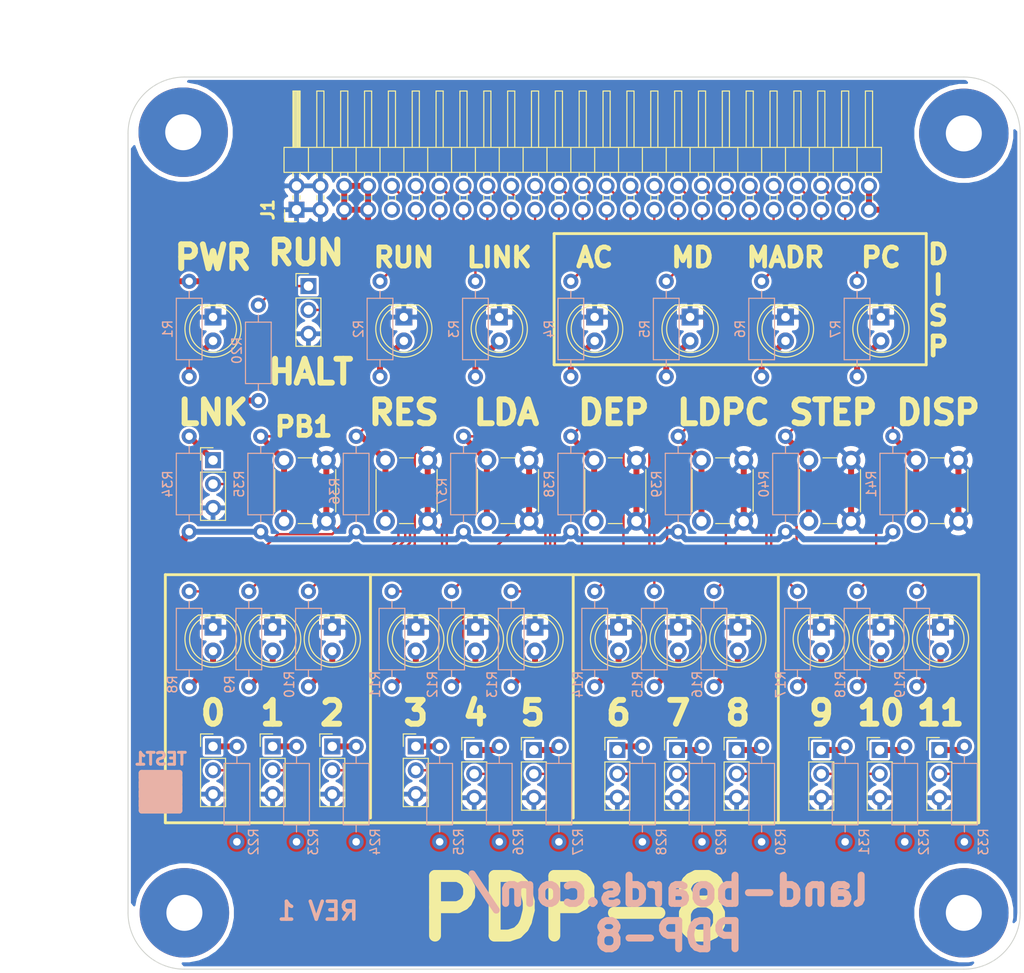
<source format=kicad_pcb>
(kicad_pcb (version 20171130) (host pcbnew "(5.1.5)-3")
  (title_block (title PDP-8) (date 2021-04-18) (rev 1) (company land-boards.com))
  (layers (0 F.Cu signal) (31 B.Cu signal) (36 B.SilkS user) (37 F.SilkS user) (38 B.Mask user hide) (39 F.Mask user) (44 Edge.Cuts user))
  (net 0 "")
  (net 1 "Net-(D1-Pad2)")
  (net 2 "Net-(D2-Pad2)")
  (net 3 "Net-(D3-Pad2)")
  (net 4 "Net-(D4-Pad2)")
  (net 5 "Net-(D5-Pad2)")
  (net 6 "Net-(D6-Pad2)")
  (net 7 "Net-(D7-Pad2)")
  (net 8 "Net-(D8-Pad2)")
  (net 9 "Net-(D9-Pad2)")
  (net 10 "Net-(D10-Pad2)")
  (net 11 "Net-(D11-Pad2)")
  (net 12 "Net-(D12-Pad2)")
  (net 13 "Net-(R25-Pad2)")
  (net 14 "Net-(R26-Pad2)")
  (net 15 "Net-(R27-Pad2)")
  (net 16 "Net-(R28-Pad2)")
  (net 17 GND)
  (net 18 "Net-(D13-Pad2)")
  (net 19 "Net-(D14-Pad2)")
  (net 20 "Net-(D15-Pad2)")
  (net 21 "Net-(D16-Pad2)")
  (net 22 "Net-(D17-Pad2)")
  (net 23 "Net-(D18-Pad2)")
  (net 24 "Net-(D19-Pad2)")
  (net 25 +5V)
  (net 26 /DISP)
  (net 27 /STEP)
  (net 28 /LDPC)
  (net 29 /DEPOSIT)
  (net 30 /RESET)
  (net 31 /LINK)
  (net 32 /RUN)
  (net 33 /PB1)
  (net 34 /LINKLED)
  (net 35 /LOADACC)
  (net 36 /DISPACC)
  (net 37 /DISPMBUF)
  (net 38 /DISPMADR)
  (net 39 /DISPPC)
  (net 40 /RUNLED)
  (net 41 "Net-(R20-Pad2)")
  (net 42 "Net-(R22-Pad2)")
  (net 43 "Net-(R23-Pad2)")
  (net 44 "Net-(R24-Pad2)")
  (net 45 "Net-(R29-Pad2)")
  (net 46 "Net-(R30-Pad2)")
  (net 47 "Net-(R31-Pad2)")
  (net 48 "Net-(R32-Pad2)")
  (net 49 "Net-(R33-Pad2)")
  (net 50 "Net-(R34-Pad2)")
  (net 51 /DS0)
  (net 52 /SS0)
  (net 53 /DS1)
  (net 54 /SS1)
  (net 55 /DS2)
  (net 56 /SS2)
  (net 57 /DS3)
  (net 58 /DS4)
  (net 59 /SS3)
  (net 60 /SS4)
  (net 61 /DS5)
  (net 62 /SS5)
  (net 63 /DS6)
  (net 64 /SS6)
  (net 65 /DS7)
  (net 66 /SS7)
  (net 67 /DS8)
  (net 68 /SS8)
  (net 69 /DS9)
  (net 70 /SS9)
  (net 71 /DS10)
  (net 72 /SS10)
  (net 73 /DS11)
  (net 74 /SS11)
  (module Resistor_THT:R_Axial_DIN0207_L6.3mm_D2.5mm_P10.16mm_Horizontal (layer B.Cu) (at 77.47 91.44 90)
    (fp_text reference R30 (at 0 2.032 270) (layer B.SilkS) (effects (justify mirror)))
    (fp_text value 10K)
    (pad 2 thru_hole oval (at 10.16 0 90) (size 1.6 1.6) (drill 0.8) (layers *.Cu *.Mask) (net 46 "Net-(R30-Pad2)"))
    (pad 1 thru_hole circle (at 0 0 90) (size 1.6 1.6) (drill 0.8) (layers *.Cu *.Mask) (net 25 +5V))
  )
  (module LandBoards_MountHoles:MTG-6-32 (layer F.Cu) (at 15.875 15.875)
    (fp_text reference MTG1 hide)
    (fp_text value MTG_HOLE hide)
    (pad 1 thru_hole circle (at 0 0) (size 9.525 9.525) (drill 3.8354) (layers *.Cu *.Mask) (clearance 0.508))
  )
  (module LandBoards_MountHoles:MTG-6-32 (layer F.Cu) (at 99 99)
    (fp_text reference MTG2 hide)
    (fp_text value MTG_HOLE hide)
    (pad 1 thru_hole circle (at 0 0) (size 9.525 9.525) (drill 3.8354) (layers *.Cu *.Mask) (clearance 0.508))
  )
  (module LandBoards_MountHoles:MTG-6-32 (layer F.Cu) (at 16 99)
    (fp_text reference MTG3 hide)
    (fp_text value MTG_HOLE hide)
    (pad 1 thru_hole circle (at 0 0) (size 9.525 9.525) (drill 3.8354) (layers *.Cu *.Mask) (clearance 0.508))
  )
  (module LandBoards_MountHoles:MTG-6-32 (layer F.Cu) (at 99 16)
    (fp_text reference MTG?1 hide)
    (fp_text value MTG_HOLE hide)
    (pad 1 thru_hole circle (at 0 0) (size 9.525 9.525) (drill 3.8354) (layers *.Cu *.Mask) (clearance 0.508))
  )
  (module LandBoards_Marking:TEST_BLK-REAR (layer F.Cu) (at 13.462 86.106)
    (fp_text reference TEST1 (at 0 -3.5) (layer B.SilkS) (effects (font (size 1.27 1.27) (thickness 0.3175)) (justify mirror)))
    (fp_text value COUPON hide)
  )
  (module LED_THT:LED_D5.0mm (layer F.Cu) (at 96.52 68.58 270)
    (fp_text reference D19 hide)
    (fp_text value LED-fixed)
    (pad 2 thru_hole circle (at 2.54 0 270) (size 1.8 1.8) (drill 0.9) (layers *.Cu *.Mask) (net 24 "Net-(D19-Pad2)"))
    (pad 1 thru_hole rect (at 0 0 270) (size 1.8 1.8) (drill 0.9) (layers *.Cu *.Mask) (net 17 GND))
  )
  (module LED_THT:LED_D5.0mm (layer F.Cu) (at 90.17 68.58 270)
    (fp_text reference D18 hide)
    (fp_text value LED-fixed)
    (pad 1 thru_hole rect (at 0 0 270) (size 1.8 1.8) (drill 0.9) (layers *.Cu *.Mask) (net 17 GND))
    (pad 2 thru_hole circle (at 2.54 0 270) (size 1.8 1.8) (drill 0.9) (layers *.Cu *.Mask) (net 23 "Net-(D18-Pad2)"))
  )
  (module LED_THT:LED_D5.0mm (layer F.Cu) (at 83.82 68.58 270)
    (fp_text reference D17 hide)
    (fp_text value LED-fixed)
    (pad 1 thru_hole rect (at 0 0 270) (size 1.8 1.8) (drill 0.9) (layers *.Cu *.Mask) (net 17 GND))
    (pad 2 thru_hole circle (at 2.54 0 270) (size 1.8 1.8) (drill 0.9) (layers *.Cu *.Mask) (net 22 "Net-(D17-Pad2)"))
  )
  (module LED_THT:LED_D5.0mm (layer F.Cu) (at 74.93 68.58 270)
    (fp_text reference D16 hide)
    (fp_text value LED-fixed)
    (pad 2 thru_hole circle (at 2.54 0 270) (size 1.8 1.8) (drill 0.9) (layers *.Cu *.Mask) (net 21 "Net-(D16-Pad2)"))
    (pad 1 thru_hole rect (at 0 0 270) (size 1.8 1.8) (drill 0.9) (layers *.Cu *.Mask) (net 17 GND))
  )
  (module LED_THT:LED_D5.0mm (layer F.Cu) (at 68.58 68.58 270)
    (fp_text reference D15 hide)
    (fp_text value LED-fixed)
    (pad 1 thru_hole rect (at 0 0 270) (size 1.8 1.8) (drill 0.9) (layers *.Cu *.Mask) (net 17 GND))
    (pad 2 thru_hole circle (at 2.54 0 270) (size 1.8 1.8) (drill 0.9) (layers *.Cu *.Mask) (net 20 "Net-(D15-Pad2)"))
  )
  (module LED_THT:LED_D5.0mm (layer F.Cu) (at 62.23 68.58 270)
    (fp_text reference D14 hide)
    (fp_text value LED-fixed)
    (pad 2 thru_hole circle (at 2.54 0 270) (size 1.8 1.8) (drill 0.9) (layers *.Cu *.Mask) (net 19 "Net-(D14-Pad2)"))
    (pad 1 thru_hole rect (at 0 0 270) (size 1.8 1.8) (drill 0.9) (layers *.Cu *.Mask) (net 17 GND))
  )
  (module LED_THT:LED_D5.0mm (layer F.Cu) (at 53.34 68.58 270)
    (fp_text reference D13 hide)
    (fp_text value LED-fixed)
    (pad 1 thru_hole rect (at 0 0 270) (size 1.8 1.8) (drill 0.9) (layers *.Cu *.Mask) (net 17 GND))
    (pad 2 thru_hole circle (at 2.54 0 270) (size 1.8 1.8) (drill 0.9) (layers *.Cu *.Mask) (net 18 "Net-(D13-Pad2)"))
  )
  (module LED_THT:LED_D5.0mm (layer F.Cu) (at 46.99 68.58 270)
    (fp_text reference D12 hide)
    (fp_text value LED-fixed)
    (pad 2 thru_hole circle (at 2.54 0 270) (size 1.8 1.8) (drill 0.9) (layers *.Cu *.Mask) (net 12 "Net-(D12-Pad2)"))
    (pad 1 thru_hole rect (at 0 0 270) (size 1.8 1.8) (drill 0.9) (layers *.Cu *.Mask) (net 17 GND))
  )
  (module Resistor_THT:R_Axial_DIN0207_L6.3mm_D2.5mm_P10.16mm_Horizontal (layer B.Cu) (at 49.53 91.44 90)
    (fp_text reference R26 (at 0 2.032 270) (layer B.SilkS) (effects (justify mirror)))
    (fp_text value 10K)
    (pad 1 thru_hole circle (at 0 0 90) (size 1.6 1.6) (drill 0.8) (layers *.Cu *.Mask) (net 25 +5V))
    (pad 2 thru_hole oval (at 10.16 0 90) (size 1.6 1.6) (drill 0.8) (layers *.Cu *.Mask) (net 14 "Net-(R26-Pad2)"))
  )
  (module Resistor_THT:R_Axial_DIN0207_L6.3mm_D2.5mm_P10.16mm_Horizontal (layer B.Cu) (at 55.88 91.44 90)
    (fp_text reference R27 (at 0 2.032 270) (layer B.SilkS) (effects (justify mirror)))
    (fp_text value 10K)
    (pad 1 thru_hole circle (at 0 0 90) (size 1.6 1.6) (drill 0.8) (layers *.Cu *.Mask) (net 25 +5V))
    (pad 2 thru_hole oval (at 10.16 0 90) (size 1.6 1.6) (drill 0.8) (layers *.Cu *.Mask) (net 15 "Net-(R27-Pad2)"))
  )
  (module Resistor_THT:R_Axial_DIN0207_L6.3mm_D2.5mm_P10.16mm_Horizontal (layer B.Cu) (at 64.77 91.44 90)
    (fp_text reference R28 (at 0 2.032 270) (layer B.SilkS) (effects (justify mirror)))
    (fp_text value 10K)
    (pad 2 thru_hole oval (at 10.16 0 90) (size 1.6 1.6) (drill 0.8) (layers *.Cu *.Mask) (net 16 "Net-(R28-Pad2)"))
    (pad 1 thru_hole circle (at 0 0 90) (size 1.6 1.6) (drill 0.8) (layers *.Cu *.Mask) (net 25 +5V))
  )
  (module Resistor_THT:R_Axial_DIN0207_L6.3mm_D2.5mm_P10.16mm_Horizontal (layer B.Cu) (at 71.12 91.44 90)
    (fp_text reference R29 (at 0 2.032 270) (layer B.SilkS) (effects (justify mirror)))
    (fp_text value 10K)
    (pad 1 thru_hole circle (at 0 0 90) (size 1.6 1.6) (drill 0.8) (layers *.Cu *.Mask) (net 25 +5V))
    (pad 2 thru_hole oval (at 10.16 0 90) (size 1.6 1.6) (drill 0.8) (layers *.Cu *.Mask) (net 45 "Net-(R29-Pad2)"))
  )
  (module Resistor_THT:R_Axial_DIN0207_L6.3mm_D2.5mm_P10.16mm_Horizontal (layer B.Cu) (at 86.36 91.44 90)
    (fp_text reference R31 (at 0 2.032 270) (layer B.SilkS) (effects (justify mirror)))
    (fp_text value 10K)
    (pad 2 thru_hole oval (at 10.16 0 90) (size 1.6 1.6) (drill 0.8) (layers *.Cu *.Mask) (net 47 "Net-(R31-Pad2)"))
    (pad 1 thru_hole circle (at 0 0 90) (size 1.6 1.6) (drill 0.8) (layers *.Cu *.Mask) (net 25 +5V))
  )
  (module Resistor_THT:R_Axial_DIN0207_L6.3mm_D2.5mm_P10.16mm_Horizontal (layer B.Cu) (at 92.71 91.44 90)
    (fp_text reference R32 (at 0 2.032 270) (layer B.SilkS) (effects (justify mirror)))
    (fp_text value 10K)
    (pad 1 thru_hole circle (at 0 0 90) (size 1.6 1.6) (drill 0.8) (layers *.Cu *.Mask) (net 25 +5V))
    (pad 2 thru_hole oval (at 10.16 0 90) (size 1.6 1.6) (drill 0.8) (layers *.Cu *.Mask) (net 48 "Net-(R32-Pad2)"))
  )
  (module Resistor_THT:R_Axial_DIN0207_L6.3mm_D2.5mm_P10.16mm_Horizontal (layer B.Cu) (at 99.06 91.44 90)
    (fp_text reference R33 (at 0 2.032 270) (layer B.SilkS) (effects (justify mirror)))
    (fp_text value 10K)
    (pad 2 thru_hole oval (at 10.16 0 90) (size 1.6 1.6) (drill 0.8) (layers *.Cu *.Mask) (net 49 "Net-(R33-Pad2)"))
    (pad 1 thru_hole circle (at 0 0 90) (size 1.6 1.6) (drill 0.8) (layers *.Cu *.Mask) (net 25 +5V))
  )
  (module Resistor_THT:R_Axial_DIN0207_L6.3mm_D2.5mm_P10.16mm_Horizontal (layer B.Cu) (at 24.13 58.42 90)
    (fp_text reference R35 (at 5.08 -2.286 270) (layer B.SilkS) (effects (justify mirror)))
    (fp_text value 10K)
    (pad 2 thru_hole oval (at 10.16 0 90) (size 1.6 1.6) (drill 0.8) (layers *.Cu *.Mask) (net 33 /PB1))
    (pad 1 thru_hole circle (at 0 0 90) (size 1.6 1.6) (drill 0.8) (layers *.Cu *.Mask) (net 25 +5V))
  )
  (module Resistor_THT:R_Axial_DIN0207_L6.3mm_D2.5mm_P10.16mm_Horizontal (layer B.Cu) (at 34.29 58.42 90)
    (fp_text reference R36 (at 4.318 -2.286 270) (layer B.SilkS) (effects (justify mirror)))
    (fp_text value 10K)
    (pad 1 thru_hole circle (at 0 0 90) (size 1.6 1.6) (drill 0.8) (layers *.Cu *.Mask) (net 25 +5V))
    (pad 2 thru_hole oval (at 10.16 0 90) (size 1.6 1.6) (drill 0.8) (layers *.Cu *.Mask) (net 30 /RESET))
  )
  (module Resistor_THT:R_Axial_DIN0207_L6.3mm_D2.5mm_P10.16mm_Horizontal (layer B.Cu) (at 45.72 58.42 90)
    (fp_text reference R37 (at 4.318 -2.286 270) (layer B.SilkS) (effects (justify mirror)))
    (fp_text value 10K)
    (pad 2 thru_hole oval (at 10.16 0 90) (size 1.6 1.6) (drill 0.8) (layers *.Cu *.Mask) (net 35 /LOADACC))
    (pad 1 thru_hole circle (at 0 0 90) (size 1.6 1.6) (drill 0.8) (layers *.Cu *.Mask) (net 25 +5V))
  )
  (module Resistor_THT:R_Axial_DIN0207_L6.3mm_D2.5mm_P10.16mm_Horizontal (layer B.Cu) (at 57.15 58.42 90)
    (fp_text reference R38 (at 5.08 -2.286 270) (layer B.SilkS) (effects (justify mirror)))
    (fp_text value 10K)
    (pad 1 thru_hole circle (at 0 0 90) (size 1.6 1.6) (drill 0.8) (layers *.Cu *.Mask) (net 25 +5V))
    (pad 2 thru_hole oval (at 10.16 0 90) (size 1.6 1.6) (drill 0.8) (layers *.Cu *.Mask) (net 29 /DEPOSIT))
  )
  (module Resistor_THT:R_Axial_DIN0207_L6.3mm_D2.5mm_P10.16mm_Horizontal (layer B.Cu) (at 68.58 58.42 90)
    (fp_text reference R39 (at 5.08 -2.286 270) (layer B.SilkS) (effects (justify mirror)))
    (fp_text value 10K)
    (pad 2 thru_hole oval (at 10.16 0 90) (size 1.6 1.6) (drill 0.8) (layers *.Cu *.Mask) (net 28 /LDPC))
    (pad 1 thru_hole circle (at 0 0 90) (size 1.6 1.6) (drill 0.8) (layers *.Cu *.Mask) (net 25 +5V))
  )
  (module Resistor_THT:R_Axial_DIN0207_L6.3mm_D2.5mm_P10.16mm_Horizontal (layer B.Cu) (at 80.01 58.42 90)
    (fp_text reference R40 (at 5.08 -2.286 270) (layer B.SilkS) (effects (justify mirror)))
    (fp_text value 10K)
    (pad 1 thru_hole circle (at 0 0 90) (size 1.6 1.6) (drill 0.8) (layers *.Cu *.Mask) (net 25 +5V))
    (pad 2 thru_hole oval (at 10.16 0 90) (size 1.6 1.6) (drill 0.8) (layers *.Cu *.Mask) (net 27 /STEP))
  )
  (module Resistor_THT:R_Axial_DIN0207_L6.3mm_D2.5mm_P10.16mm_Horizontal (layer B.Cu) (at 91.44 58.42 90)
    (fp_text reference R41 (at 5.08 -2.286 270) (layer B.SilkS) (effects (justify mirror)))
    (fp_text value 10K)
    (pad 2 thru_hole oval (at 10.16 0 90) (size 1.6 1.6) (drill 0.8) (layers *.Cu *.Mask) (net 26 /DISP))
    (pad 1 thru_hole circle (at 0 0 90) (size 1.6 1.6) (drill 0.8) (layers *.Cu *.Mask) (net 25 +5V))
  )
  (module Resistor_THT:R_Axial_DIN0207_L6.3mm_D2.5mm_P10.16mm_Horizontal (layer B.Cu) (at 93.98 74.93 90)
    (fp_text reference R19 (at 0.254 -1.778 270) (layer B.SilkS) (effects (justify mirror)))
    (fp_text value 560)
    (pad 1 thru_hole circle (at 0 0 90) (size 1.6 1.6) (drill 0.8) (layers *.Cu *.Mask) (net 24 "Net-(D19-Pad2)"))
    (pad 2 thru_hole oval (at 10.16 0 90) (size 1.6 1.6) (drill 0.8) (layers *.Cu *.Mask) (net 73 /DS11))
  )
  (module Resistor_THT:R_Axial_DIN0207_L6.3mm_D2.5mm_P10.16mm_Horizontal (layer B.Cu) (at 87.63 74.93 90)
    (fp_text reference R18 (at 0.254 -1.778 270) (layer B.SilkS) (effects (justify mirror)))
    (fp_text value 560)
    (pad 2 thru_hole oval (at 10.16 0 90) (size 1.6 1.6) (drill 0.8) (layers *.Cu *.Mask) (net 71 /DS10))
    (pad 1 thru_hole circle (at 0 0 90) (size 1.6 1.6) (drill 0.8) (layers *.Cu *.Mask) (net 23 "Net-(D18-Pad2)"))
  )
  (module Resistor_THT:R_Axial_DIN0207_L6.3mm_D2.5mm_P10.16mm_Horizontal (layer B.Cu) (at 81.28 74.93 90)
    (fp_text reference R17 (at 0.254 -1.778 270) (layer B.SilkS) (effects (justify mirror)))
    (fp_text value 560)
    (pad 1 thru_hole circle (at 0 0 90) (size 1.6 1.6) (drill 0.8) (layers *.Cu *.Mask) (net 22 "Net-(D17-Pad2)"))
    (pad 2 thru_hole oval (at 10.16 0 90) (size 1.6 1.6) (drill 0.8) (layers *.Cu *.Mask) (net 69 /DS9))
  )
  (module Resistor_THT:R_Axial_DIN0207_L6.3mm_D2.5mm_P10.16mm_Horizontal (layer B.Cu) (at 72.39 74.93 90)
    (fp_text reference R16 (at 0.254 -1.778 270) (layer B.SilkS) (effects (justify mirror)))
    (fp_text value 560)
    (pad 2 thru_hole oval (at 10.16 0 90) (size 1.6 1.6) (drill 0.8) (layers *.Cu *.Mask) (net 67 /DS8))
    (pad 1 thru_hole circle (at 0 0 90) (size 1.6 1.6) (drill 0.8) (layers *.Cu *.Mask) (net 21 "Net-(D16-Pad2)"))
  )
  (module Resistor_THT:R_Axial_DIN0207_L6.3mm_D2.5mm_P10.16mm_Horizontal (layer B.Cu) (at 66.04 74.93 90)
    (fp_text reference R15 (at 0.254 -1.778 270) (layer B.SilkS) (effects (justify mirror)))
    (fp_text value 560)
    (pad 1 thru_hole circle (at 0 0 90) (size 1.6 1.6) (drill 0.8) (layers *.Cu *.Mask) (net 20 "Net-(D15-Pad2)"))
    (pad 2 thru_hole oval (at 10.16 0 90) (size 1.6 1.6) (drill 0.8) (layers *.Cu *.Mask) (net 65 /DS7))
  )
  (module Resistor_THT:R_Axial_DIN0207_L6.3mm_D2.5mm_P10.16mm_Horizontal (layer B.Cu) (at 59.69 74.93 90)
    (fp_text reference R14 (at 0.254 -1.778 270) (layer B.SilkS) (effects (justify mirror)))
    (fp_text value 560)
    (pad 2 thru_hole oval (at 10.16 0 90) (size 1.6 1.6) (drill 0.8) (layers *.Cu *.Mask) (net 63 /DS6))
    (pad 1 thru_hole circle (at 0 0 90) (size 1.6 1.6) (drill 0.8) (layers *.Cu *.Mask) (net 19 "Net-(D14-Pad2)"))
  )
  (module Resistor_THT:R_Axial_DIN0207_L6.3mm_D2.5mm_P10.16mm_Horizontal (layer B.Cu) (at 50.8 74.93 90)
    (fp_text reference R13 (at 0.254 -2.032 270) (layer B.SilkS) (effects (justify mirror)))
    (fp_text value 560)
    (pad 1 thru_hole circle (at 0 0 90) (size 1.6 1.6) (drill 0.8) (layers *.Cu *.Mask) (net 18 "Net-(D13-Pad2)"))
    (pad 2 thru_hole oval (at 10.16 0 90) (size 1.6 1.6) (drill 0.8) (layers *.Cu *.Mask) (net 61 /DS5))
  )
  (module Resistor_THT:R_Axial_DIN0207_L6.3mm_D2.5mm_P10.16mm_Horizontal (layer B.Cu) (at 44.45 74.93 90)
    (fp_text reference R12 (at 0.254 -2.032 270) (layer B.SilkS) (effects (justify mirror)))
    (fp_text value 560)
    (pad 2 thru_hole oval (at 10.16 0 90) (size 1.6 1.6) (drill 0.8) (layers *.Cu *.Mask) (net 58 /DS4))
    (pad 1 thru_hole circle (at 0 0 90) (size 1.6 1.6) (drill 0.8) (layers *.Cu *.Mask) (net 12 "Net-(D12-Pad2)"))
  )
  (module Connector_PinHeader_2.54mm:PinHeader_1x03_P2.54mm_Vertical (layer F.Cu) (at 46.863 81.661)
    (fp_text reference SW7 hide)
    (fp_text value SW_SPDT)
    (pad 3 thru_hole oval (at 0 5.08) (size 1.7 1.7) (drill 1) (layers *.Cu *.Mask) (net 17 GND))
    (pad 2 thru_hole oval (at 0 2.54) (size 1.7 1.7) (drill 1) (layers *.Cu *.Mask) (net 60 /SS4))
    (pad 1 thru_hole rect (at 0 0) (size 1.7 1.7) (drill 1) (layers *.Cu *.Mask) (net 14 "Net-(R26-Pad2)"))
  )
  (module Connector_PinHeader_2.54mm:PinHeader_1x03_P2.54mm_Vertical (layer F.Cu) (at 53.213 81.661)
    (fp_text reference SW8 hide)
    (fp_text value SW_SPDT)
    (pad 1 thru_hole rect (at 0 0) (size 1.7 1.7) (drill 1) (layers *.Cu *.Mask) (net 15 "Net-(R27-Pad2)"))
    (pad 2 thru_hole oval (at 0 2.54) (size 1.7 1.7) (drill 1) (layers *.Cu *.Mask) (net 62 /SS5))
    (pad 3 thru_hole oval (at 0 5.08) (size 1.7 1.7) (drill 1) (layers *.Cu *.Mask) (net 17 GND))
  )
  (module Connector_PinHeader_2.54mm:PinHeader_1x03_P2.54mm_Vertical (layer F.Cu) (at 62.103 81.661)
    (fp_text reference SW9 hide)
    (fp_text value SW_SPDT)
    (pad 3 thru_hole oval (at 0 5.08) (size 1.7 1.7) (drill 1) (layers *.Cu *.Mask) (net 17 GND))
    (pad 2 thru_hole oval (at 0 2.54) (size 1.7 1.7) (drill 1) (layers *.Cu *.Mask) (net 64 /SS6))
    (pad 1 thru_hole rect (at 0 0) (size 1.7 1.7) (drill 1) (layers *.Cu *.Mask) (net 16 "Net-(R28-Pad2)"))
  )
  (module Connector_PinHeader_2.54mm:PinHeader_1x03_P2.54mm_Vertical (layer F.Cu) (at 68.453 81.661)
    (fp_text reference SW10 hide)
    (fp_text value SW_SPDT)
    (pad 1 thru_hole rect (at 0 0) (size 1.7 1.7) (drill 1) (layers *.Cu *.Mask) (net 45 "Net-(R29-Pad2)"))
    (pad 2 thru_hole oval (at 0 2.54) (size 1.7 1.7) (drill 1) (layers *.Cu *.Mask) (net 66 /SS7))
    (pad 3 thru_hole oval (at 0 5.08) (size 1.7 1.7) (drill 1) (layers *.Cu *.Mask) (net 17 GND))
  )
  (module Connector_PinHeader_2.54mm:PinHeader_1x03_P2.54mm_Vertical (layer F.Cu) (at 74.803 81.661)
    (fp_text reference SW11 hide)
    (fp_text value SW_SPDT)
    (pad 3 thru_hole oval (at 0 5.08) (size 1.7 1.7) (drill 1) (layers *.Cu *.Mask) (net 17 GND))
    (pad 2 thru_hole oval (at 0 2.54) (size 1.7 1.7) (drill 1) (layers *.Cu *.Mask) (net 68 /SS8))
    (pad 1 thru_hole rect (at 0 0) (size 1.7 1.7) (drill 1) (layers *.Cu *.Mask) (net 46 "Net-(R30-Pad2)"))
  )
  (module Connector_PinHeader_2.54mm:PinHeader_1x03_P2.54mm_Vertical (layer F.Cu) (at 83.82 81.661)
    (fp_text reference SW12 hide)
    (fp_text value SW_SPDT)
    (pad 1 thru_hole rect (at 0 0) (size 1.7 1.7) (drill 1) (layers *.Cu *.Mask) (net 47 "Net-(R31-Pad2)"))
    (pad 2 thru_hole oval (at 0 2.54) (size 1.7 1.7) (drill 1) (layers *.Cu *.Mask) (net 70 /SS9))
    (pad 3 thru_hole oval (at 0 5.08) (size 1.7 1.7) (drill 1) (layers *.Cu *.Mask) (net 17 GND))
  )
  (module Connector_PinHeader_2.54mm:PinHeader_1x03_P2.54mm_Vertical (layer F.Cu) (at 90.043 81.661)
    (fp_text reference SW13 hide)
    (fp_text value SW_SPDT)
    (pad 3 thru_hole oval (at 0 5.08) (size 1.7 1.7) (drill 1) (layers *.Cu *.Mask) (net 17 GND))
    (pad 2 thru_hole oval (at 0 2.54) (size 1.7 1.7) (drill 1) (layers *.Cu *.Mask) (net 72 /SS10))
    (pad 1 thru_hole rect (at 0 0) (size 1.7 1.7) (drill 1) (layers *.Cu *.Mask) (net 48 "Net-(R32-Pad2)"))
  )
  (module Connector_PinHeader_2.54mm:PinHeader_1x03_P2.54mm_Vertical (layer F.Cu) (at 96.393 81.661)
    (fp_text reference SW14 hide)
    (fp_text value SW_SPDT)
    (pad 1 thru_hole rect (at 0 0) (size 1.7 1.7) (drill 1) (layers *.Cu *.Mask) (net 49 "Net-(R33-Pad2)"))
    (pad 2 thru_hole oval (at 0 2.54) (size 1.7 1.7) (drill 1) (layers *.Cu *.Mask) (net 74 /SS11))
    (pad 3 thru_hole oval (at 0 5.08) (size 1.7 1.7) (drill 1) (layers *.Cu *.Mask) (net 17 GND))
  )
  (module Button_Switch_THT:SW_PUSH_6mm_H8.5mm (layer F.Cu) (at 31.115 50.8 270)
    (fp_text reference SW15 hide)
    (fp_text value SW_Push)
    (pad 1 thru_hole circle (at 6.5 0) (size 2 2) (drill 1.1) (layers *.Cu *.Mask) (net 17 GND))
    (pad 2 thru_hole circle (at 6.5 4.5) (size 2 2) (drill 1.1) (layers *.Cu *.Mask) (net 33 /PB1))
    (pad 1 thru_hole circle (at 0 0) (size 2 2) (drill 1.1) (layers *.Cu *.Mask) (net 17 GND))
    (pad 2 thru_hole circle (at 0 4.5) (size 2 2) (drill 1.1) (layers *.Cu *.Mask) (net 33 /PB1))
  )
  (module Button_Switch_THT:SW_PUSH_6mm_H8.5mm (layer F.Cu) (at 41.91 50.8 270)
    (fp_text reference SW16 hide)
    (fp_text value SW_Push)
    (pad 2 thru_hole circle (at 0 4.5) (size 2 2) (drill 1.1) (layers *.Cu *.Mask) (net 30 /RESET))
    (pad 1 thru_hole circle (at 0 0) (size 2 2) (drill 1.1) (layers *.Cu *.Mask) (net 17 GND))
    (pad 2 thru_hole circle (at 6.5 4.5) (size 2 2) (drill 1.1) (layers *.Cu *.Mask) (net 30 /RESET))
    (pad 1 thru_hole circle (at 6.5 0) (size 2 2) (drill 1.1) (layers *.Cu *.Mask) (net 17 GND))
  )
  (module Button_Switch_THT:SW_PUSH_6mm_H8.5mm (layer F.Cu) (at 52.705 50.8 270)
    (fp_text reference SW17 hide)
    (fp_text value SW_Push)
    (pad 1 thru_hole circle (at 6.5 0) (size 2 2) (drill 1.1) (layers *.Cu *.Mask) (net 17 GND))
    (pad 2 thru_hole circle (at 6.5 4.5) (size 2 2) (drill 1.1) (layers *.Cu *.Mask) (net 35 /LOADACC))
    (pad 1 thru_hole circle (at 0 0) (size 2 2) (drill 1.1) (layers *.Cu *.Mask) (net 17 GND))
    (pad 2 thru_hole circle (at 0 4.5) (size 2 2) (drill 1.1) (layers *.Cu *.Mask) (net 35 /LOADACC))
  )
  (module Button_Switch_THT:SW_PUSH_6mm_H8.5mm (layer F.Cu) (at 64.135 50.8 270)
    (fp_text reference SW18 hide)
    (fp_text value SW_Push)
    (pad 2 thru_hole circle (at 0 4.5) (size 2 2) (drill 1.1) (layers *.Cu *.Mask) (net 29 /DEPOSIT))
    (pad 1 thru_hole circle (at 0 0) (size 2 2) (drill 1.1) (layers *.Cu *.Mask) (net 17 GND))
    (pad 2 thru_hole circle (at 6.5 4.5) (size 2 2) (drill 1.1) (layers *.Cu *.Mask) (net 29 /DEPOSIT))
    (pad 1 thru_hole circle (at 6.5 0) (size 2 2) (drill 1.1) (layers *.Cu *.Mask) (net 17 GND))
  )
  (module Button_Switch_THT:SW_PUSH_6mm_H8.5mm (layer F.Cu) (at 75.565 50.8 270)
    (fp_text reference SW19 hide)
    (fp_text value SW_Push)
    (pad 1 thru_hole circle (at 6.5 0) (size 2 2) (drill 1.1) (layers *.Cu *.Mask) (net 17 GND))
    (pad 2 thru_hole circle (at 6.5 4.5) (size 2 2) (drill 1.1) (layers *.Cu *.Mask) (net 28 /LDPC))
    (pad 1 thru_hole circle (at 0 0) (size 2 2) (drill 1.1) (layers *.Cu *.Mask) (net 17 GND))
    (pad 2 thru_hole circle (at 0 4.5) (size 2 2) (drill 1.1) (layers *.Cu *.Mask) (net 28 /LDPC))
  )
  (module Button_Switch_THT:SW_PUSH_6mm_H8.5mm (layer F.Cu) (at 86.995 50.8 270)
    (fp_text reference SW20 hide)
    (fp_text value SW_Push)
    (pad 2 thru_hole circle (at 0 4.5) (size 2 2) (drill 1.1) (layers *.Cu *.Mask) (net 27 /STEP))
    (pad 1 thru_hole circle (at 0 0) (size 2 2) (drill 1.1) (layers *.Cu *.Mask) (net 17 GND))
    (pad 2 thru_hole circle (at 6.5 4.5) (size 2 2) (drill 1.1) (layers *.Cu *.Mask) (net 27 /STEP))
    (pad 1 thru_hole circle (at 6.5 0) (size 2 2) (drill 1.1) (layers *.Cu *.Mask) (net 17 GND))
  )
  (module Button_Switch_THT:SW_PUSH_6mm_H8.5mm (layer F.Cu) (at 98.425 50.8 270)
    (fp_text reference SW21 hide)
    (fp_text value SW_Push)
    (pad 1 thru_hole circle (at 6.5 0) (size 2 2) (drill 1.1) (layers *.Cu *.Mask) (net 17 GND))
    (pad 2 thru_hole circle (at 6.5 4.5) (size 2 2) (drill 1.1) (layers *.Cu *.Mask) (net 26 /DISP))
    (pad 1 thru_hole circle (at 0 0) (size 2 2) (drill 1.1) (layers *.Cu *.Mask) (net 17 GND))
    (pad 2 thru_hole circle (at 0 4.5) (size 2 2) (drill 1.1) (layers *.Cu *.Mask) (net 26 /DISP))
  )
  (module LED_THT:LED_D5.0mm (layer F.Cu) (at 40.64 68.58 270)
    (fp_text reference D11 hide)
    (fp_text value LED-fixed)
    (pad 1 thru_hole rect (at 0 0 270) (size 1.8 1.8) (drill 0.9) (layers *.Cu *.Mask) (net 17 GND))
    (pad 2 thru_hole circle (at 2.54 0 270) (size 1.8 1.8) (drill 0.9) (layers *.Cu *.Mask) (net 11 "Net-(D11-Pad2)"))
  )
  (module LED_THT:LED_D5.0mm (layer F.Cu) (at 31.75 68.58 270)
    (fp_text reference D10 hide)
    (fp_text value LED-fixed)
    (pad 2 thru_hole circle (at 2.54 0 270) (size 1.8 1.8) (drill 0.9) (layers *.Cu *.Mask) (net 10 "Net-(D10-Pad2)"))
    (pad 1 thru_hole rect (at 0 0 270) (size 1.8 1.8) (drill 0.9) (layers *.Cu *.Mask) (net 17 GND))
  )
  (module LED_THT:LED_D5.0mm (layer F.Cu) (at 25.4 68.58 270)
    (fp_text reference D9 hide)
    (fp_text value LED-fixed)
    (pad 1 thru_hole rect (at 0 0 270) (size 1.8 1.8) (drill 0.9) (layers *.Cu *.Mask) (net 17 GND))
    (pad 2 thru_hole circle (at 2.54 0 270) (size 1.8 1.8) (drill 0.9) (layers *.Cu *.Mask) (net 9 "Net-(D9-Pad2)"))
  )
  (module LED_THT:LED_D5.0mm (layer F.Cu) (at 19.05 68.58 270)
    (fp_text reference D8 hide)
    (fp_text value LED-fixed)
    (pad 2 thru_hole circle (at 2.54 0 270) (size 1.8 1.8) (drill 0.9) (layers *.Cu *.Mask) (net 8 "Net-(D8-Pad2)"))
    (pad 1 thru_hole rect (at 0 0 270) (size 1.8 1.8) (drill 0.9) (layers *.Cu *.Mask) (net 17 GND))
  )
  (module Resistor_THT:R_Axial_DIN0207_L6.3mm_D2.5mm_P10.16mm_Horizontal (layer B.Cu) (at 43.18 91.44 90)
    (fp_text reference R25 (at 0 2.032 270) (layer B.SilkS) (effects (justify mirror)))
    (fp_text value 10K)
    (pad 1 thru_hole circle (at 0 0 90) (size 1.6 1.6) (drill 0.8) (layers *.Cu *.Mask) (net 25 +5V))
    (pad 2 thru_hole oval (at 10.16 0 90) (size 1.6 1.6) (drill 0.8) (layers *.Cu *.Mask) (net 13 "Net-(R25-Pad2)"))
  )
  (module Resistor_THT:R_Axial_DIN0207_L6.3mm_D2.5mm_P10.16mm_Horizontal (layer B.Cu) (at 34.29 91.44 90)
    (fp_text reference R24 (at 0 2.032 270) (layer B.SilkS) (effects (justify mirror)))
    (fp_text value 10K)
    (pad 2 thru_hole oval (at 10.16 0 90) (size 1.6 1.6) (drill 0.8) (layers *.Cu *.Mask) (net 44 "Net-(R24-Pad2)"))
    (pad 1 thru_hole circle (at 0 0 90) (size 1.6 1.6) (drill 0.8) (layers *.Cu *.Mask) (net 25 +5V))
  )
  (module Resistor_THT:R_Axial_DIN0207_L6.3mm_D2.5mm_P10.16mm_Horizontal (layer B.Cu) (at 27.94 91.44 90)
    (fp_text reference R23 (at 0 1.778 270) (layer B.SilkS) (effects (justify mirror)))
    (fp_text value 10K)
    (pad 1 thru_hole circle (at 0 0 90) (size 1.6 1.6) (drill 0.8) (layers *.Cu *.Mask) (net 25 +5V))
    (pad 2 thru_hole oval (at 10.16 0 90) (size 1.6 1.6) (drill 0.8) (layers *.Cu *.Mask) (net 43 "Net-(R23-Pad2)"))
  )
  (module Resistor_THT:R_Axial_DIN0207_L6.3mm_D2.5mm_P10.16mm_Horizontal (layer B.Cu) (at 21.59 91.44 90)
    (fp_text reference R22 (at 0 1.778 270) (layer B.SilkS) (effects (justify mirror)))
    (fp_text value 10K)
    (pad 2 thru_hole oval (at 10.16 0 90) (size 1.6 1.6) (drill 0.8) (layers *.Cu *.Mask) (net 42 "Net-(R22-Pad2)"))
    (pad 1 thru_hole circle (at 0 0 90) (size 1.6 1.6) (drill 0.8) (layers *.Cu *.Mask) (net 25 +5V))
  )
  (module Resistor_THT:R_Axial_DIN0207_L6.3mm_D2.5mm_P10.16mm_Horizontal (layer B.Cu) (at 38.1 74.93 90)
    (fp_text reference R11 (at 0.254 -1.778 270) (layer B.SilkS) (effects (justify mirror)))
    (fp_text value 560)
    (pad 1 thru_hole circle (at 0 0 90) (size 1.6 1.6) (drill 0.8) (layers *.Cu *.Mask) (net 11 "Net-(D11-Pad2)"))
    (pad 2 thru_hole oval (at 10.16 0 90) (size 1.6 1.6) (drill 0.8) (layers *.Cu *.Mask) (net 57 /DS3))
  )
  (module Resistor_THT:R_Axial_DIN0207_L6.3mm_D2.5mm_P10.16mm_Horizontal (layer B.Cu) (at 29.21 74.93 90)
    (fp_text reference R10 (at 0.254 -2.032 270) (layer B.SilkS) (effects (justify mirror)))
    (fp_text value 560)
    (pad 2 thru_hole oval (at 10.16 0 90) (size 1.6 1.6) (drill 0.8) (layers *.Cu *.Mask) (net 55 /DS2))
    (pad 1 thru_hole circle (at 0 0 90) (size 1.6 1.6) (drill 0.8) (layers *.Cu *.Mask) (net 10 "Net-(D10-Pad2)"))
  )
  (module Resistor_THT:R_Axial_DIN0207_L6.3mm_D2.5mm_P10.16mm_Horizontal (layer B.Cu) (at 22.86 74.93 90)
    (fp_text reference R9 (at 0.254 -2.032 270) (layer B.SilkS) (effects (justify mirror)))
    (fp_text value 560)
    (pad 1 thru_hole circle (at 0 0 90) (size 1.6 1.6) (drill 0.8) (layers *.Cu *.Mask) (net 9 "Net-(D9-Pad2)"))
    (pad 2 thru_hole oval (at 10.16 0 90) (size 1.6 1.6) (drill 0.8) (layers *.Cu *.Mask) (net 53 /DS1))
  )
  (module Resistor_THT:R_Axial_DIN0207_L6.3mm_D2.5mm_P10.16mm_Horizontal (layer B.Cu) (at 16.51 74.93 90)
    (fp_text reference R8 (at 0.254 -1.778 270) (layer B.SilkS) (effects (justify mirror)))
    (fp_text value 560)
    (pad 2 thru_hole oval (at 10.16 0 90) (size 1.6 1.6) (drill 0.8) (layers *.Cu *.Mask) (net 51 /DS0))
    (pad 1 thru_hole circle (at 0 0 90) (size 1.6 1.6) (drill 0.8) (layers *.Cu *.Mask) (net 8 "Net-(D8-Pad2)"))
  )
  (module Connector_PinHeader_2.54mm:PinHeader_1x03_P2.54mm_Vertical (layer F.Cu) (at 40.64 81.28)
    (fp_text reference SW6 hide)
    (fp_text value SW_SPDT)
    (pad 3 thru_hole oval (at 0 5.08) (size 1.7 1.7) (drill 1) (layers *.Cu *.Mask) (net 17 GND))
    (pad 2 thru_hole oval (at 0 2.54) (size 1.7 1.7) (drill 1) (layers *.Cu *.Mask) (net 59 /SS3))
    (pad 1 thru_hole rect (at 0 0) (size 1.7 1.7) (drill 1) (layers *.Cu *.Mask) (net 13 "Net-(R25-Pad2)"))
  )
  (module Connector_PinHeader_2.54mm:PinHeader_1x03_P2.54mm_Vertical (layer F.Cu) (at 31.75 81.28)
    (fp_text reference SW5 hide)
    (fp_text value SW_SPDT)
    (pad 1 thru_hole rect (at 0 0) (size 1.7 1.7) (drill 1) (layers *.Cu *.Mask) (net 44 "Net-(R24-Pad2)"))
    (pad 2 thru_hole oval (at 0 2.54) (size 1.7 1.7) (drill 1) (layers *.Cu *.Mask) (net 56 /SS2))
    (pad 3 thru_hole oval (at 0 5.08) (size 1.7 1.7) (drill 1) (layers *.Cu *.Mask) (net 17 GND))
  )
  (module Connector_PinHeader_2.54mm:PinHeader_1x03_P2.54mm_Vertical (layer F.Cu) (at 25.4 81.28)
    (fp_text reference SW4 hide)
    (fp_text value SW_SPDT)
    (pad 3 thru_hole oval (at 0 5.08) (size 1.7 1.7) (drill 1) (layers *.Cu *.Mask) (net 17 GND))
    (pad 2 thru_hole oval (at 0 2.54) (size 1.7 1.7) (drill 1) (layers *.Cu *.Mask) (net 54 /SS1))
    (pad 1 thru_hole rect (at 0 0) (size 1.7 1.7) (drill 1) (layers *.Cu *.Mask) (net 43 "Net-(R23-Pad2)"))
  )
  (module Connector_PinHeader_2.54mm:PinHeader_1x03_P2.54mm_Vertical (layer F.Cu) (at 19.05 81.28)
    (fp_text reference SW3 hide)
    (fp_text value SW_SPDT)
    (pad 1 thru_hole rect (at 0 0) (size 1.7 1.7) (drill 1) (layers *.Cu *.Mask) (net 42 "Net-(R22-Pad2)"))
    (pad 2 thru_hole oval (at 0 2.54) (size 1.7 1.7) (drill 1) (layers *.Cu *.Mask) (net 52 /SS0))
    (pad 3 thru_hole oval (at 0 5.08) (size 1.7 1.7) (drill 1) (layers *.Cu *.Mask) (net 17 GND))
  )
  (module LED_THT:LED_D5.0mm (layer F.Cu) (at 90.17 35.56 270)
    (fp_text reference D7 hide)
    (fp_text value LED-fixed)
    (pad 2 thru_hole circle (at 2.54 0 270) (size 1.8 1.8) (drill 0.9) (layers *.Cu *.Mask) (net 7 "Net-(D7-Pad2)"))
    (pad 1 thru_hole rect (at 0 0 270) (size 1.8 1.8) (drill 0.9) (layers *.Cu *.Mask) (net 17 GND))
  )
  (module LED_THT:LED_D5.0mm (layer F.Cu) (at 80.01 35.56 270)
    (fp_text reference D6 hide)
    (fp_text value LED-fixed)
    (pad 1 thru_hole rect (at 0 0 270) (size 1.8 1.8) (drill 0.9) (layers *.Cu *.Mask) (net 17 GND))
    (pad 2 thru_hole circle (at 2.54 0 270) (size 1.8 1.8) (drill 0.9) (layers *.Cu *.Mask) (net 6 "Net-(D6-Pad2)"))
  )
  (module LED_THT:LED_D5.0mm (layer F.Cu) (at 59.69 35.56 270)
    (fp_text reference D4 hide)
    (fp_text value LED-fixed)
    (pad 2 thru_hole circle (at 2.54 0 270) (size 1.8 1.8) (drill 0.9) (layers *.Cu *.Mask) (net 4 "Net-(D4-Pad2)"))
    (pad 1 thru_hole rect (at 0 0 270) (size 1.8 1.8) (drill 0.9) (layers *.Cu *.Mask) (net 17 GND))
  )
  (module LED_THT:LED_D5.0mm (layer F.Cu) (at 69.85 35.56 270)
    (fp_text reference D5 hide)
    (fp_text value LED-fixed)
    (pad 1 thru_hole rect (at 0 0 270) (size 1.8 1.8) (drill 0.9) (layers *.Cu *.Mask) (net 17 GND))
    (pad 2 thru_hole circle (at 2.54 0 270) (size 1.8 1.8) (drill 0.9) (layers *.Cu *.Mask) (net 5 "Net-(D5-Pad2)"))
  )
  (module LED_THT:LED_D5.0mm (layer F.Cu) (at 39.37 35.56 270)
    (fp_text reference D2 hide)
    (fp_text value LED-fixed)
    (pad 2 thru_hole circle (at 2.54 0 270) (size 1.8 1.8) (drill 0.9) (layers *.Cu *.Mask) (net 2 "Net-(D2-Pad2)"))
    (pad 1 thru_hole rect (at 0 0 270) (size 1.8 1.8) (drill 0.9) (layers *.Cu *.Mask) (net 17 GND))
  )
  (module LED_THT:LED_D5.0mm (layer F.Cu) (at 49.53 35.56 270)
    (fp_text reference D3 hide)
    (fp_text value LED-fixed)
    (pad 1 thru_hole rect (at 0 0 270) (size 1.8 1.8) (drill 0.9) (layers *.Cu *.Mask) (net 17 GND))
    (pad 2 thru_hole circle (at 2.54 0 270) (size 1.8 1.8) (drill 0.9) (layers *.Cu *.Mask) (net 3 "Net-(D3-Pad2)"))
  )
  (module Resistor_THT:R_Axial_DIN0207_L6.3mm_D2.5mm_P10.16mm_Horizontal (layer B.Cu) (at 87.63 41.91 90)
    (fp_text reference R7 (at 5.08 -2.286 90) (layer B.SilkS) (effects (justify mirror)))
    (fp_text value 560)
    (pad 2 thru_hole oval (at 10.16 0 90) (size 1.6 1.6) (drill 0.8) (layers *.Cu *.Mask) (net 39 /DISPPC))
    (pad 1 thru_hole circle (at 0 0 90) (size 1.6 1.6) (drill 0.8) (layers *.Cu *.Mask) (net 7 "Net-(D7-Pad2)"))
  )
  (module Resistor_THT:R_Axial_DIN0207_L6.3mm_D2.5mm_P10.16mm_Horizontal (layer B.Cu) (at 77.47 41.91 90)
    (fp_text reference R6 (at 5.08 -2.286 90) (layer B.SilkS) (effects (justify mirror)))
    (fp_text value 560)
    (pad 1 thru_hole circle (at 0 0 90) (size 1.6 1.6) (drill 0.8) (layers *.Cu *.Mask) (net 6 "Net-(D6-Pad2)"))
    (pad 2 thru_hole oval (at 10.16 0 90) (size 1.6 1.6) (drill 0.8) (layers *.Cu *.Mask) (net 38 /DISPMADR))
  )
  (module Resistor_THT:R_Axial_DIN0207_L6.3mm_D2.5mm_P10.16mm_Horizontal (layer B.Cu) (at 57.15 41.91 90)
    (fp_text reference R4 (at 5.08 -2.286 90) (layer B.SilkS) (effects (justify mirror)))
    (fp_text value 560)
    (pad 2 thru_hole oval (at 10.16 0 90) (size 1.6 1.6) (drill 0.8) (layers *.Cu *.Mask) (net 36 /DISPACC))
    (pad 1 thru_hole circle (at 0 0 90) (size 1.6 1.6) (drill 0.8) (layers *.Cu *.Mask) (net 4 "Net-(D4-Pad2)"))
  )
  (module Resistor_THT:R_Axial_DIN0207_L6.3mm_D2.5mm_P10.16mm_Horizontal (layer B.Cu) (at 67.31 41.91 90)
    (fp_text reference R5 (at 5.08 -2.286 90) (layer B.SilkS) (effects (justify mirror)))
    (fp_text value 560)
    (pad 1 thru_hole circle (at 0 0 90) (size 1.6 1.6) (drill 0.8) (layers *.Cu *.Mask) (net 5 "Net-(D5-Pad2)"))
    (pad 2 thru_hole oval (at 10.16 0 90) (size 1.6 1.6) (drill 0.8) (layers *.Cu *.Mask) (net 37 /DISPMBUF))
  )
  (module Resistor_THT:R_Axial_DIN0207_L6.3mm_D2.5mm_P10.16mm_Horizontal (layer B.Cu) (at 36.83 41.91 90)
    (fp_text reference R2 (at 5.08 -2.286 90) (layer B.SilkS) (effects (justify mirror)))
    (fp_text value 560)
    (pad 2 thru_hole oval (at 10.16 0 90) (size 1.6 1.6) (drill 0.8) (layers *.Cu *.Mask) (net 40 /RUNLED))
    (pad 1 thru_hole circle (at 0 0 90) (size 1.6 1.6) (drill 0.8) (layers *.Cu *.Mask) (net 2 "Net-(D2-Pad2)"))
  )
  (module Resistor_THT:R_Axial_DIN0207_L6.3mm_D2.5mm_P10.16mm_Horizontal (layer B.Cu) (at 46.99 41.91 90)
    (fp_text reference R3 (at 5.08 -2.286 90) (layer B.SilkS) (effects (justify mirror)))
    (fp_text value 560)
    (pad 1 thru_hole circle (at 0 0 90) (size 1.6 1.6) (drill 0.8) (layers *.Cu *.Mask) (net 3 "Net-(D3-Pad2)"))
    (pad 2 thru_hole oval (at 10.16 0 90) (size 1.6 1.6) (drill 0.8) (layers *.Cu *.Mask) (net 34 /LINKLED))
  )
  (module LED_THT:LED_D5.0mm (layer F.Cu) (at 19.05 35.56 270)
    (fp_text reference D1 hide)
    (fp_text value LED-fixed)
    (pad 1 thru_hole rect (at 0 0 270) (size 1.8 1.8) (drill 0.9) (layers *.Cu *.Mask) (net 17 GND))
    (pad 2 thru_hole circle (at 2.54 0 270) (size 1.8 1.8) (drill 0.9) (layers *.Cu *.Mask) (net 1 "Net-(D1-Pad2)"))
  )
  (module Resistor_THT:R_Axial_DIN0207_L6.3mm_D2.5mm_P10.16mm_Horizontal (layer B.Cu) (at 16.51 41.91 90)
    (fp_text reference R1 (at 5.08 -2.286 270) (layer B.SilkS) (effects (justify mirror)))
    (fp_text value 560)
    (pad 1 thru_hole circle (at 0 0 90) (size 1.6 1.6) (drill 0.8) (layers *.Cu *.Mask) (net 1 "Net-(D1-Pad2)"))
    (pad 2 thru_hole oval (at 10.16 0 90) (size 1.6 1.6) (drill 0.8) (layers *.Cu *.Mask) (net 25 +5V))
  )
  (module Resistor_THT:R_Axial_DIN0207_L6.3mm_D2.5mm_P10.16mm_Horizontal (layer B.Cu) (at 23.876 44.45 90)
    (fp_text reference R20 (at 5.334 -2.286 270) (layer B.SilkS) (effects (justify mirror)))
    (fp_text value 10K)
    (pad 1 thru_hole circle (at 0 0 90) (size 1.6 1.6) (drill 0.8) (layers *.Cu *.Mask) (net 25 +5V))
    (pad 2 thru_hole oval (at 10.16 0 90) (size 1.6 1.6) (drill 0.8) (layers *.Cu *.Mask) (net 41 "Net-(R20-Pad2)"))
  )
  (module Connector_PinHeader_2.54mm:PinHeader_1x03_P2.54mm_Vertical (layer F.Cu) (at 29.21 32.258)
    (fp_text reference SW1 hide)
    (fp_text value SW_SPDT)
    (pad 1 thru_hole rect (at 0 0) (size 1.7 1.7) (drill 1) (layers *.Cu *.Mask) (net 41 "Net-(R20-Pad2)"))
    (pad 2 thru_hole oval (at 0 2.54) (size 1.7 1.7) (drill 1) (layers *.Cu *.Mask) (net 32 /RUN))
    (pad 3 thru_hole oval (at 0 5.08) (size 1.7 1.7) (drill 1) (layers *.Cu *.Mask) (net 17 GND))
  )
  (module Resistor_THT:R_Axial_DIN0207_L6.3mm_D2.5mm_P10.16mm_Horizontal (layer B.Cu) (at 16.51 58.42 90)
    (fp_text reference R34 (at 5.08 -2.286 90) (layer B.SilkS) (effects (justify mirror)))
    (fp_text value 10K)
    (pad 1 thru_hole circle (at 0 0 90) (size 1.6 1.6) (drill 0.8) (layers *.Cu *.Mask) (net 25 +5V))
    (pad 2 thru_hole oval (at 10.16 0 90) (size 1.6 1.6) (drill 0.8) (layers *.Cu *.Mask) (net 50 "Net-(R34-Pad2)"))
  )
  (module Connector_PinHeader_2.54mm:PinHeader_1x03_P2.54mm_Vertical (layer F.Cu) (at 19.05 50.8)
    (fp_text reference SW2 hide)
    (fp_text value SW_SPDT)
    (pad 1 thru_hole rect (at 0 0) (size 1.7 1.7) (drill 1) (layers *.Cu *.Mask) (net 50 "Net-(R34-Pad2)"))
    (pad 2 thru_hole oval (at 0 2.54) (size 1.7 1.7) (drill 1) (layers *.Cu *.Mask) (net 31 /LINK))
    (pad 3 thru_hole oval (at 0 5.08) (size 1.7 1.7) (drill 1) (layers *.Cu *.Mask) (net 17 GND))
  )
  (module Connector_PinHeader_2.54mm:PinHeader_2x25_P2.54mm_Horizontal (layer F.Cu) (at 27.94 24.13 90)
    (fp_text reference J1 (at 0 -3.048 90) (layer F.SilkS) (effects (font (size 1.27 1.27) (thickness 0.3048))))
    (fp_text value Conn_02x25_Odd_Even)
    (pad 1 thru_hole rect (at 0 0 90) (size 1.7 1.7) (drill 1) (layers *.Cu *.Mask) (net 17 GND))
    (pad 2 thru_hole oval (at 2.54 0 90) (size 1.7 1.7) (drill 1) (layers *.Cu *.Mask) (net 17 GND))
    (pad 3 thru_hole oval (at 0 2.54 90) (size 1.7 1.7) (drill 1) (layers *.Cu *.Mask) (net 17 GND))
    (pad 4 thru_hole oval (at 2.54 2.54 90) (size 1.7 1.7) (drill 1) (layers *.Cu *.Mask) (net 17 GND))
    (pad 5 thru_hole oval (at 0 5.08 90) (size 1.7 1.7) (drill 1) (layers *.Cu *.Mask) (net 25 +5V))
    (pad 6 thru_hole oval (at 2.54 5.08 90) (size 1.7 1.7) (drill 1) (layers *.Cu *.Mask) (net 25 +5V))
    (pad 7 thru_hole oval (at 0 7.62 90) (size 1.7 1.7) (drill 1) (layers *.Cu *.Mask) (net 25 +5V))
    (pad 8 thru_hole oval (at 2.54 7.62 90) (size 1.7 1.7) (drill 1) (layers *.Cu *.Mask) (net 25 +5V))
    (pad 9 thru_hole oval (at 0 10.16 90) (size 1.7 1.7) (drill 1) (layers *.Cu *.Mask))
    (pad 10 thru_hole oval (at 2.54 10.16 90) (size 1.7 1.7) (drill 1) (layers *.Cu *.Mask) (net 40 /RUNLED))
    (pad 11 thru_hole oval (at 0 12.7 90) (size 1.7 1.7) (drill 1) (layers *.Cu *.Mask) (net 32 /RUN))
    (pad 12 thru_hole oval (at 2.54 12.7 90) (size 1.7 1.7) (drill 1) (layers *.Cu *.Mask) (net 31 /LINK))
    (pad 13 thru_hole oval (at 0 15.24 90) (size 1.7 1.7) (drill 1) (layers *.Cu *.Mask) (net 33 /PB1))
    (pad 14 thru_hole oval (at 2.54 15.24 90) (size 1.7 1.7) (drill 1) (layers *.Cu *.Mask) (net 51 /DS0))
    (pad 15 thru_hole oval (at 0 17.78 90) (size 1.7 1.7) (drill 1) (layers *.Cu *.Mask) (net 30 /RESET))
    (pad 16 thru_hole oval (at 2.54 17.78 90) (size 1.7 1.7) (drill 1) (layers *.Cu *.Mask) (net 34 /LINKLED))
    (pad 17 thru_hole oval (at 0 20.32 90) (size 1.7 1.7) (drill 1) (layers *.Cu *.Mask) (net 52 /SS0))
    (pad 18 thru_hole oval (at 2.54 20.32 90) (size 1.7 1.7) (drill 1) (layers *.Cu *.Mask) (net 53 /DS1))
    (pad 19 thru_hole oval (at 0 22.86 90) (size 1.7 1.7) (drill 1) (layers *.Cu *.Mask) (net 54 /SS1))
    (pad 20 thru_hole oval (at 2.54 22.86 90) (size 1.7 1.7) (drill 1) (layers *.Cu *.Mask) (net 55 /DS2))
    (pad 21 thru_hole oval (at 0 25.4 90) (size 1.7 1.7) (drill 1) (layers *.Cu *.Mask) (net 56 /SS2))
    (pad 22 thru_hole oval (at 2.54 25.4 90) (size 1.7 1.7) (drill 1) (layers *.Cu *.Mask) (net 57 /DS3))
    (pad 23 thru_hole oval (at 0 27.94 90) (size 1.7 1.7) (drill 1) (layers *.Cu *.Mask) (net 35 /LOADACC))
    (pad 24 thru_hole oval (at 2.54 27.94 90) (size 1.7 1.7) (drill 1) (layers *.Cu *.Mask) (net 58 /DS4))
    (pad 25 thru_hole oval (at 0 30.48 90) (size 1.7 1.7) (drill 1) (layers *.Cu *.Mask) (net 59 /SS3))
    (pad 26 thru_hole oval (at 2.54 30.48 90) (size 1.7 1.7) (drill 1) (layers *.Cu *.Mask) (net 36 /DISPACC))
    (pad 27 thru_hole oval (at 0 33.02 90) (size 1.7 1.7) (drill 1) (layers *.Cu *.Mask) (net 60 /SS4))
    (pad 28 thru_hole oval (at 2.54 33.02 90) (size 1.7 1.7) (drill 1) (layers *.Cu *.Mask) (net 61 /DS5))
    (pad 29 thru_hole oval (at 0 35.56 90) (size 1.7 1.7) (drill 1) (layers *.Cu *.Mask) (net 62 /SS5))
    (pad 30 thru_hole oval (at 2.54 35.56 90) (size 1.7 1.7) (drill 1) (layers *.Cu *.Mask) (net 29 /DEPOSIT))
    (pad 31 thru_hole oval (at 0 38.1 90) (size 1.7 1.7) (drill 1) (layers *.Cu *.Mask) (net 63 /DS6))
    (pad 32 thru_hole oval (at 2.54 38.1 90) (size 1.7 1.7) (drill 1) (layers *.Cu *.Mask) (net 64 /SS6))
    (pad 33 thru_hole oval (at 0 40.64 90) (size 1.7 1.7) (drill 1) (layers *.Cu *.Mask) (net 37 /DISPMBUF))
    (pad 34 thru_hole oval (at 2.54 40.64 90) (size 1.7 1.7) (drill 1) (layers *.Cu *.Mask) (net 65 /DS7))
    (pad 35 thru_hole oval (at 0 43.18 90) (size 1.7 1.7) (drill 1) (layers *.Cu *.Mask) (net 66 /SS7))
    (pad 36 thru_hole oval (at 2.54 43.18 90) (size 1.7 1.7) (drill 1) (layers *.Cu *.Mask) (net 28 /LDPC))
    (pad 37 thru_hole oval (at 0 45.72 90) (size 1.7 1.7) (drill 1) (layers *.Cu *.Mask) (net 67 /DS8))
    (pad 38 thru_hole oval (at 2.54 45.72 90) (size 1.7 1.7) (drill 1) (layers *.Cu *.Mask) (net 68 /SS8))
    (pad 39 thru_hole oval (at 0 48.26 90) (size 1.7 1.7) (drill 1) (layers *.Cu *.Mask) (net 69 /DS9))
    (pad 40 thru_hole oval (at 2.54 48.26 90) (size 1.7 1.7) (drill 1) (layers *.Cu *.Mask) (net 70 /SS9))
    (pad 41 thru_hole oval (at 0 50.8 90) (size 1.7 1.7) (drill 1) (layers *.Cu *.Mask) (net 38 /DISPMADR))
    (pad 42 thru_hole oval (at 2.54 50.8 90) (size 1.7 1.7) (drill 1) (layers *.Cu *.Mask) (net 27 /STEP))
    (pad 43 thru_hole oval (at 0 53.34 90) (size 1.7 1.7) (drill 1) (layers *.Cu *.Mask) (net 71 /DS10))
    (pad 44 thru_hole oval (at 2.54 53.34 90) (size 1.7 1.7) (drill 1) (layers *.Cu *.Mask) (net 72 /SS10))
    (pad 45 thru_hole oval (at 0 55.88 90) (size 1.7 1.7) (drill 1) (layers *.Cu *.Mask) (net 39 /DISPPC))
    (pad 46 thru_hole oval (at 2.54 55.88 90) (size 1.7 1.7) (drill 1) (layers *.Cu *.Mask) (net 26 /DISP))
    (pad 47 thru_hole oval (at 0 58.42 90) (size 1.7 1.7) (drill 1) (layers *.Cu *.Mask) (net 73 /DS11))
    (pad 48 thru_hole oval (at 2.54 58.42 90) (size 1.7 1.7) (drill 1) (layers *.Cu *.Mask) (net 74 /SS11))
    (pad 49 thru_hole oval (at 0 60.96 90) (size 1.7 1.7) (drill 1) (layers *.Cu *.Mask) (net 25 +5V))
    (pad 50 thru_hole oval (at 2.54 60.96 90) (size 1.7 1.7) (drill 1) (layers *.Cu *.Mask) (net 25 +5V))
  )
  (gr_text 11 (at 96.52 77.724) (layer F.SilkS) (effects (font (size 2.54 2.54) (thickness 0.635))))
  (gr_text 10 (at 90.17 77.724) (layer F.SilkS) (effects (font (size 2.54 2.54) (thickness 0.635))))
  (gr_text 9 (at 83.82 77.724) (layer F.SilkS) (effects (font (size 2.54 2.54) (thickness 0.635))))
  (gr_text 8 (at 74.93 77.724) (layer F.SilkS) (effects (font (size 2.54 2.54) (thickness 0.635))))
  (gr_text 7 (at 68.58 77.724) (layer F.SilkS) (effects (font (size 2.54 2.54) (thickness 0.635))))
  (gr_text 6 (at 62.23 77.724) (layer F.SilkS) (effects (font (size 2.54 2.54) (thickness 0.635))))
  (gr_text 5 (at 53.086 77.724) (layer F.SilkS) (effects (font (size 2.54 2.54) (thickness 0.635))))
  (gr_text 4 (at 46.99 77.724) (layer F.SilkS) (effects (font (size 2.54 2.54) (thickness 0.635))))
  (gr_text 3 (at 40.64 77.724) (layer F.SilkS) (effects (font (size 2.54 2.54) (thickness 0.635))))
  (gr_text 2 (at 31.75 77.724) (layer F.SilkS) (effects (font (size 2.54 2.54) (thickness 0.635))))
  (gr_text 1 (at 25.4 77.724) (layer F.SilkS) (effects (font (size 2.54 2.54) (thickness 0.635))))
  (gr_text 0 (at 19.05 77.724) (layer F.SilkS) (effects (font (size 2.54 2.54) (thickness 0.635))))
  (gr_text "D\nI\nS\nP" (at 96.266 33.782) (layer F.SilkS) (effects (font (size 2.032 2.032) (thickness 0.508))))
  (gr_text HALT (at 29.464 41.402) (layer F.SilkS) (effects (font (size 2.54 2.54) (thickness 0.635))))
  (gr_line (start 55.372 40.64) (end 55.372 26.67) (layer F.SilkS) (width 0.3048))
  (gr_line (start 94.996 40.64) (end 55.372 40.64) (layer F.SilkS) (width 0.3048))
  (gr_line (start 94.996 26.67) (end 55.372 26.67) (layer F.SilkS) (width 0.3048))
  (gr_line (start 94.996 40.64) (end 94.996 26.67) (layer F.SilkS) (width 0.3048))
  (gr_text "land-boards.com/\nPDP-8" (at 67.564 99.06) (layer B.SilkS) (effects (font (size 2.999999 2.999999) (thickness 0.75)) (justify mirror)))
  (gr_line (start 100.584 62.992) (end 13.97 62.992) (layer F.SilkS) (width 0.3048))
  (gr_line (start 13.97 89.408) (end 100.584 89.408) (layer F.SilkS) (width 0.3048))
  (gr_line (start 13.97 62.992) (end 13.97 89.408) (layer F.SilkS) (width 0.3048))
  (gr_line (start 35.814 62.992) (end 35.814 88.9) (layer F.SilkS) (width 0.3048))
  (gr_line (start 57.404 62.992) (end 57.404 88.9) (layer F.SilkS) (width 0.3048))
  (gr_line (start 100.584 62.992) (end 100.584 89.408) (layer F.SilkS) (width 0.3048))
  (gr_line (start 78.74 62.992) (end 100.076 62.992) (layer F.SilkS) (width 0.15))
  (gr_line (start 79.248 89.408) (end 79.248 62.992) (layer F.SilkS) (width 0.3048))
  (gr_text PB1 (at 28.702 47.244) (layer F.SilkS) (effects (font (size 2.032 2.032) (thickness 0.508))))
  (gr_text RUN (at 39.37 29.21) (layer F.SilkS) (effects (font (size 2.032 2.032) (thickness 0.508))))
  (gr_text LINK (at 49.53 29.21) (layer F.SilkS) (effects (font (size 2.032 2.032) (thickness 0.508))))
  (gr_text LNK (at 19.05 45.72) (layer F.SilkS) (effects (font (size 2.54 2.54) (thickness 0.635))))
  (gr_text PWR (at 19.05 29.21) (layer F.SilkS) (effects (font (size 2.54 2.54) (thickness 0.635))))
  (gr_text RES (at 39.37 45.72) (layer F.SilkS) (effects (font (size 2.54 2.54) (thickness 0.635))))
  (gr_text AC (at 59.69 29.21) (layer F.SilkS) (effects (font (size 2.032 2.032) (thickness 0.508))))
  (gr_text MD (at 70.104 29.21) (layer F.SilkS) (effects (font (size 2.032 2.032) (thickness 0.508))))
  (gr_text MADR (at 80.01 29.21) (layer F.SilkS) (effects (font (size 2.032 2.032) (thickness 0.508))))
  (gr_text PC (at 90.17 29.21) (layer F.SilkS) (effects (font (size 2.032 2.032) (thickness 0.508))))
  (gr_text RUN (at 28.956 28.702) (layer F.SilkS) (effects (font (size 2.54 2.54) (thickness 0.635))))
  (gr_text LDPC (at 73.406 45.72) (layer F.SilkS) (effects (font (size 2.54 2.54) (thickness 0.635))))
  (gr_text DEP (at 61.722 45.72) (layer F.SilkS) (effects (font (size 2.54 2.54) (thickness 0.635))))
  (gr_text LDA (at 50.292 45.72) (layer F.SilkS) (effects (font (size 2.54 2.54) (thickness 0.635))))
  (gr_text STEP (at 85.09 45.72) (layer F.SilkS) (effects (font (size 2.54 2.54) (thickness 0.635))))
  (gr_text DISP (at 96.266 45.72) (layer F.SilkS) (effects (font (size 2.54 2.54) (thickness 0.635))))
  (gr_text PDP-8 (at 57.658 98.552) (layer F.SilkS) (effects (font (size 6.35 6.35) (thickness 1.27))))
  (gr_text "REV 1" (at 30.226 98.806) (layer B.SilkS) (effects (font (size 1.905 1.905) (thickness 0.381)) (justify mirror)))
  (gr_line (start 10 99) (end 10 16) (angle 90) (layer Edge.Cuts) (width 0.1))
  (gr_line (start 99 105) (end 16 105) (angle 90) (layer Edge.Cuts) (width 0.1))
  (gr_line (start 105 16) (end 105 99) (angle 90) (layer Edge.Cuts) (width 0.1))
  (gr_line (start 16 10) (end 99 10) (angle 90) (layer Edge.Cuts) (width 0.1))
  (gr_arc (start 16 99) (end 16 105) (angle 90) (layer Edge.Cuts) (width 0.1))
  (gr_arc (start 99 99) (end 105 99) (angle 90) (layer Edge.Cuts) (width 0.1))
  (gr_arc (start 99 16) (end 99 10) (angle 90) (layer Edge.Cuts) (width 0.1))
  (gr_arc (start 16 16) (end 10 16) (angle 90) (layer Edge.Cuts) (width 0.1))
  (segment (start 16.51 40.64) (end 19.05 38.1) (width 0.635) (layer F.Cu) (net 1))
  (segment (start 16.51 41.91) (end 16.51 40.64) (width 0.635) (layer F.Cu) (net 1))
  (segment (start 36.83 40.64) (end 39.37 38.1) (width 0.635) (layer F.Cu) (net 2))
  (segment (start 36.83 41.91) (end 36.83 40.64) (width 0.635) (layer F.Cu) (net 2))
  (segment (start 46.99 40.64) (end 49.53 38.1) (width 0.635) (layer F.Cu) (net 3))
  (segment (start 46.99 41.91) (end 46.99 40.64) (width 0.635) (layer F.Cu) (net 3))
  (segment (start 57.15 40.64) (end 59.69 38.1) (width 0.635) (layer F.Cu) (net 4))
  (segment (start 57.15 41.91) (end 57.15 40.64) (width 0.635) (layer F.Cu) (net 4))
  (segment (start 67.31 40.64) (end 69.85 38.1) (width 0.635) (layer F.Cu) (net 5))
  (segment (start 67.31 41.91) (end 67.31 40.64) (width 0.635) (layer F.Cu) (net 5))
  (segment (start 77.47 40.64) (end 80.01 38.1) (width 0.635) (layer F.Cu) (net 6))
  (segment (start 77.47 41.91) (end 77.47 40.64) (width 0.635) (layer F.Cu) (net 6))
  (segment (start 87.63 40.64) (end 90.17 38.1) (width 0.635) (layer F.Cu) (net 7))
  (segment (start 87.63 41.91) (end 87.63 40.64) (width 0.635) (layer F.Cu) (net 7))
  (segment (start 19.05 72.39) (end 16.51 74.93) (width 0.635) (layer F.Cu) (net 8))
  (segment (start 19.05 71.12) (end 19.05 72.39) (width 0.635) (layer F.Cu) (net 8))
  (segment (start 25.4 72.39) (end 22.86 74.93) (width 0.635) (layer F.Cu) (net 9))
  (segment (start 25.4 71.12) (end 25.4 72.39) (width 0.635) (layer F.Cu) (net 9))
  (segment (start 31.75 72.39) (end 29.21 74.93) (width 0.635) (layer F.Cu) (net 10))
  (segment (start 31.75 71.12) (end 31.75 72.39) (width 0.635) (layer F.Cu) (net 10))
  (segment (start 40.64 72.39) (end 38.1 74.93) (width 0.635) (layer F.Cu) (net 11))
  (segment (start 40.64 71.12) (end 40.64 72.39) (width 0.635) (layer F.Cu) (net 11))
  (segment (start 46.99 72.39) (end 44.45 74.93) (width 0.635) (layer F.Cu) (net 12))
  (segment (start 46.99 71.12) (end 46.99 72.39) (width 0.635) (layer F.Cu) (net 12))
  (segment (start 40.64 81.28) (end 43.18 81.28) (width 0.635) (layer F.Cu) (net 13))
  (segment (start 49.149 81.661) (end 49.53 81.28) (width 0.635) (layer F.Cu) (net 14))
  (segment (start 46.863 81.661) (end 49.149 81.661) (width 0.635) (layer F.Cu) (net 14))
  (segment (start 55.499 81.661) (end 55.88 81.28) (width 0.635) (layer F.Cu) (net 15))
  (segment (start 53.213 81.661) (end 55.499 81.661) (width 0.635) (layer F.Cu) (net 15))
  (segment (start 62.484 81.28) (end 62.103 81.661) (width 0.635) (layer F.Cu) (net 16))
  (segment (start 64.77 81.28) (end 62.484 81.28) (width 0.635) (layer F.Cu) (net 16))
  (segment (start 98.425 57.3) (end 98.425 50.8) (width 0.635) (layer F.Cu) (net 17))
  (segment (start 86.995 57.3) (end 86.995 50.8) (width 0.635) (layer F.Cu) (net 17))
  (segment (start 75.565 57.3) (end 75.565 50.8) (width 0.635) (layer F.Cu) (net 17))
  (segment (start 64.135 57.3) (end 64.135 50.8) (width 0.635) (layer F.Cu) (net 17))
  (segment (start 52.705 57.3) (end 52.705 50.8) (width 0.635) (layer F.Cu) (net 17))
  (segment (start 41.91 57.3) (end 41.91 50.8) (width 0.635) (layer F.Cu) (net 17))
  (segment (start 31.115 57.3) (end 31.115 50.8) (width 0.635) (layer F.Cu) (net 17))
  (segment (start 53.34 72.39) (end 50.8 74.93) (width 0.635) (layer F.Cu) (net 18))
  (segment (start 53.34 71.12) (end 53.34 72.39) (width 0.635) (layer F.Cu) (net 18))
  (segment (start 62.23 72.39) (end 59.69 74.93) (width 0.635) (layer F.Cu) (net 19))
  (segment (start 62.23 71.12) (end 62.23 72.39) (width 0.635) (layer F.Cu) (net 19))
  (segment (start 68.58 72.39) (end 66.04 74.93) (width 0.635) (layer F.Cu) (net 20))
  (segment (start 68.58 71.12) (end 68.58 72.39) (width 0.635) (layer F.Cu) (net 20))
  (segment (start 74.93 72.39) (end 72.39 74.93) (width 0.635) (layer F.Cu) (net 21))
  (segment (start 74.93 71.12) (end 74.93 72.39) (width 0.635) (layer F.Cu) (net 21))
  (segment (start 83.82 72.39) (end 81.28 74.93) (width 0.635) (layer F.Cu) (net 22))
  (segment (start 83.82 71.12) (end 83.82 72.39) (width 0.635) (layer F.Cu) (net 22))
  (segment (start 90.17 72.39) (end 87.63 74.93) (width 0.635) (layer F.Cu) (net 23))
  (segment (start 90.17 71.12) (end 90.17 72.39) (width 0.635) (layer F.Cu) (net 23))
  (segment (start 96.52 72.39) (end 93.98 74.93) (width 0.635) (layer F.Cu) (net 24))
  (segment (start 96.52 71.12) (end 96.52 72.39) (width 0.635) (layer F.Cu) (net 24))
  (segment (start 99.06 91.44) (end 92.71 91.44) (width 2.54) (layer F.Cu) (net 25))
  (segment (start 86.36 91.44) (end 92.71 91.44) (width 2.54) (layer F.Cu) (net 25))
  (segment (start 86.36 91.44) (end 77.47 91.44) (width 2.54) (layer F.Cu) (net 25))
  (segment (start 77.47 91.44) (end 71.12 91.44) (width 2.54) (layer F.Cu) (net 25))
  (segment (start 71.12 91.44) (end 64.77 91.44) (width 2.54) (layer F.Cu) (net 25))
  (segment (start 64.77 91.44) (end 55.88 91.44) (width 2.54) (layer F.Cu) (net 25))
  (segment (start 55.88 91.44) (end 49.53 91.44) (width 2.54) (layer F.Cu) (net 25))
  (segment (start 43.18 91.44) (end 49.53 91.44) (width 2.54) (layer F.Cu) (net 25))
  (segment (start 34.29 91.44) (end 43.18 91.44) (width 2.54) (layer F.Cu) (net 25))
  (segment (start 27.94 91.44) (end 34.29 91.44) (width 2.54) (layer F.Cu) (net 25))
  (segment (start 21.59 91.44) (end 27.94 91.44) (width 2.54) (layer F.Cu) (net 25))
  (segment (start 12.229999 59.219999) (end 11.43 58.42) (width 0.635) (layer F.Cu) (net 25))
  (segment (start 11.938 91.44) (end 11.79399 58.42) (width 2.54) (layer F.Cu) (net 25))
  (segment (start 16.039999 58.890001) (end 16.51 58.42) (width 0.635) (layer F.Cu) (net 25))
  (segment (start 16.039999 59.219999) (end 12.229999 59.219999) (width 0.635) (layer F.Cu) (net 25))
  (segment (start 16.039999 59.219999) (end 16.039999 58.890001) (width 0.635) (layer F.Cu) (net 25))
  (segment (start 102.87 24.13) (end 92.71 24.13) (width 2.54) (layer F.Cu) (net 25))
  (segment (start 102.87 91.44) (end 102.87 24.13) (width 2.54) (layer F.Cu) (net 25))
  (segment (start 99.06 91.44) (end 102.87 91.44) (width 2.54) (layer F.Cu) (net 25))
  (segment (start 88.9 24.13) (end 92.71 24.13) (width 0.635) (layer F.Cu) (net 25))
  (segment (start 88.9 24.13) (end 88.9 21.59) (width 0.635) (layer F.Cu) (net 25))
  (segment (start 90.640001 59.219999) (end 91.44 58.42) (width 0.635) (layer B.Cu) (net 25))
  (segment (start 80.01 58.42) (end 81.14137 58.42) (width 0.635) (layer B.Cu) (net 25))
  (segment (start 81.941369 59.219999) (end 90.640001 59.219999) (width 0.635) (layer B.Cu) (net 25))
  (segment (start 81.14137 58.42) (end 81.941369 59.219999) (width 0.635) (layer B.Cu) (net 25))
  (segment (start 79.210001 59.219999) (end 69.379999 59.219999) (width 0.635) (layer B.Cu) (net 25))
  (segment (start 80.01 58.42) (end 79.210001 59.219999) (width 0.635) (layer B.Cu) (net 25))
  (segment (start 69.379999 59.219999) (end 68.58 58.42) (width 0.635) (layer B.Cu) (net 25))
  (segment (start 57.949999 59.219999) (end 57.15 58.42) (width 0.635) (layer B.Cu) (net 25))
  (segment (start 68.58 58.42) (end 67.44863 58.42) (width 0.635) (layer B.Cu) (net 25))
  (segment (start 66.648631 59.219999) (end 57.949999 59.219999) (width 0.635) (layer B.Cu) (net 25))
  (segment (start 67.44863 58.42) (end 66.648631 59.219999) (width 0.635) (layer B.Cu) (net 25))
  (segment (start 46.519999 59.219999) (end 45.72 58.42) (width 0.635) (layer B.Cu) (net 25))
  (segment (start 56.350001 59.219999) (end 46.519999 59.219999) (width 0.635) (layer B.Cu) (net 25))
  (segment (start 57.15 58.42) (end 56.350001 59.219999) (width 0.635) (layer B.Cu) (net 25))
  (segment (start 44.920001 59.219999) (end 35.089999 59.219999) (width 0.635) (layer B.Cu) (net 25))
  (segment (start 35.089999 59.219999) (end 34.29 58.42) (width 0.635) (layer B.Cu) (net 25))
  (segment (start 45.72 58.42) (end 44.920001 59.219999) (width 0.635) (layer B.Cu) (net 25))
  (segment (start 24.929999 59.219999) (end 24.13 58.42) (width 0.635) (layer B.Cu) (net 25))
  (segment (start 33.490001 59.219999) (end 24.929999 59.219999) (width 0.635) (layer B.Cu) (net 25))
  (segment (start 34.29 58.42) (end 33.490001 59.219999) (width 0.635) (layer B.Cu) (net 25))
  (segment (start 24.13 58.42) (end 16.51 58.42) (width 0.635) (layer B.Cu) (net 25))
  (segment (start 35.56 24.13) (end 35.56 21.59) (width 0.635) (layer F.Cu) (net 25))
  (segment (start 33.02 21.59) (end 35.56 21.59) (width 0.635) (layer F.Cu) (net 25))
  (segment (start 33.02 21.59) (end 33.02 24.13) (width 0.635) (layer F.Cu) (net 25))
  (segment (start 33.02 24.13) (end 35.56 24.13) (width 0.635) (layer F.Cu) (net 25))
  (segment (start 33.02 27.432) (end 33.02 24.13) (width 0.635) (layer F.Cu) (net 25))
  (segment (start 11.938 91.44) (end 21.59 91.44) (width 2.54) (layer F.Cu) (net 25))
  (segment (start 12.192 44.45) (end 11.938 44.196) (width 0.635) (layer F.Cu) (net 25))
  (segment (start 23.876 44.45) (end 12.192 44.45) (width 0.635) (layer F.Cu) (net 25))
  (segment (start 11.938 58.42) (end 11.938 44.196) (width 2.54) (layer F.Cu) (net 25))
  (segment (start 11.938 44.196) (end 11.938 31.75) (width 2.54) (layer F.Cu) (net 25))
  (segment (start 11.938 31.75) (end 13.462 31.75) (width 2.54) (layer F.Cu) (net 25))
  (segment (start 16.51 31.75) (end 13.462 31.75) (width 0.635) (layer F.Cu) (net 25))
  (segment (start 13.462 31.75) (end 11.43 31.75) (width 0.635) (layer F.Cu) (net 25))
  (segment (start 11.938 31.75) (end 11.938 27.94) (width 2.54) (layer F.Cu) (net 25))
  (segment (start 11.938 27.94) (end 33.02 27.94) (width 2.54) (layer F.Cu) (net 25))
  (segment (start 35.56 24.13) (end 35.56 27.94) (width 0.635) (layer F.Cu) (net 25))
  (segment (start 16.51 31.75) (end 17.64137 31.75) (width 0.635) (layer F.Cu) (net 25))
  (segment (start 17.64137 31.75) (end 18.14937 31.242) (width 0.635) (layer F.Cu) (net 25))
  (segment (start 33.02 27.94) (end 35.56 27.94) (width 2.54) (layer F.Cu) (net 25))
  (segment (start 91.44 48.315) (end 93.925 50.8) (width 0.635) (layer F.Cu) (net 26))
  (segment (start 91.44 48.26) (end 91.44 48.315) (width 0.635) (layer F.Cu) (net 26))
  (segment (start 93.925 50.8) (end 93.925 57.3) (width 0.635) (layer F.Cu) (net 26))
  (segment (start 85.051001 22.821001) (end 83.82 21.59) (width 0.254) (layer F.Cu) (net 26))
  (segment (start 85.051001 24.741516) (end 85.051001 22.821001) (width 0.254) (layer F.Cu) (net 26))
  (segment (start 91.44 47.12863) (end 93.472 45.09663) (width 0.254) (layer F.Cu) (net 26))
  (segment (start 91.44 48.26) (end 91.44 47.12863) (width 0.254) (layer F.Cu) (net 26))
  (segment (start 93.472 33.162515) (end 85.09 24.780515) (width 0.254) (layer F.Cu) (net 26))
  (segment (start 93.472 45.09663) (end 93.472 33.162515) (width 0.254) (layer F.Cu) (net 26))
  (segment (start 85.09 24.780515) (end 85.09 24.638) (width 0.254) (layer F.Cu) (net 26))
  (segment (start 85.09 24.638) (end 85.051001 24.741516) (width 0.254) (layer F.Cu) (net 26))
  (segment (start 80.01 48.315) (end 82.495 50.8) (width 0.635) (layer F.Cu) (net 27))
  (segment (start 80.01 48.26) (end 80.01 48.315) (width 0.635) (layer F.Cu) (net 27))
  (segment (start 82.495 50.8) (end 82.495 57.3) (width 0.635) (layer F.Cu) (net 27))
  (segment (start 80.01 48.26) (end 83.566 44.704) (width 0.254) (layer F.Cu) (net 27))
  (segment (start 83.566 44.704) (end 83.566 34.798) (width 0.254) (layer F.Cu) (net 27))
  (segment (start 79.971001 22.821001) (end 78.74 21.59) (width 0.254) (layer F.Cu) (net 27))
  (segment (start 79.971001 31.203001) (end 79.971001 22.821001) (width 0.254) (layer F.Cu) (net 27))
  (segment (start 83.566 34.798) (end 79.971001 31.203001) (width 0.254) (layer F.Cu) (net 27))
  (segment (start 68.58 48.315) (end 71.065 50.8) (width 0.635) (layer F.Cu) (net 28))
  (segment (start 68.58 48.26) (end 68.58 48.315) (width 0.635) (layer F.Cu) (net 28))
  (segment (start 71.065 50.8) (end 71.065 57.3) (width 0.635) (layer F.Cu) (net 28))
  (segment (start 73.15199 43.68801) (end 68.58 48.26) (width 0.254) (layer F.Cu) (net 28))
  (segment (start 72.351001 26.631001) (end 73.15199 27.43199) (width 0.254) (layer F.Cu) (net 28))
  (segment (start 73.15199 27.43199) (end 73.15199 43.68801) (width 0.254) (layer F.Cu) (net 28))
  (segment (start 71.12 21.59) (end 72.351001 22.821001) (width 0.254) (layer F.Cu) (net 28))
  (segment (start 72.351001 22.821001) (end 72.351001 26.631001) (width 0.254) (layer F.Cu) (net 28))
  (segment (start 57.15 48.315) (end 59.635 50.8) (width 0.635) (layer F.Cu) (net 29))
  (segment (start 57.15 48.26) (end 57.15 48.315) (width 0.635) (layer F.Cu) (net 29))
  (segment (start 59.635 50.8) (end 59.635 57.3) (width 0.635) (layer F.Cu) (net 29))
  (segment (start 64.808999 30.230567) (end 64.499981 30.539585) (width 0.254) (layer F.Cu) (net 29))
  (segment (start 63.5 21.59) (end 64.808999 22.898999) (width 0.254) (layer F.Cu) (net 29))
  (segment (start 64.499981 40.910019) (end 57.15 48.26) (width 0.254) (layer F.Cu) (net 29))
  (segment (start 64.499981 30.539585) (end 64.499981 40.910019) (width 0.254) (layer F.Cu) (net 29))
  (segment (start 64.808999 22.898999) (end 64.808999 30.230567) (width 0.254) (layer F.Cu) (net 29))
  (segment (start 34.87 48.26) (end 37.41 50.8) (width 0.635) (layer F.Cu) (net 30))
  (segment (start 34.29 48.26) (end 34.87 48.26) (width 0.635) (layer F.Cu) (net 30))
  (segment (start 37.41 50.8) (end 37.41 57.3) (width 0.635) (layer F.Cu) (net 30))
  (segment (start 45.72 25.332081) (end 45.72 24.13) (width 0.254) (layer F.Cu) (net 30))
  (segment (start 45.466 25.586081) (end 45.72 25.332081) (width 0.254) (layer F.Cu) (net 30))
  (segment (start 34.29 48.26) (end 35.089999 47.460001) (width 0.254) (layer F.Cu) (net 30))
  (segment (start 35.089999 47.460001) (end 39.915999 47.460001) (width 0.254) (layer F.Cu) (net 30))
  (segment (start 44.196 43.18) (end 44.196 35.008434) (width 0.254) (layer F.Cu) (net 30))
  (segment (start 45.466 33.738434) (end 45.466 25.586081) (width 0.254) (layer F.Cu) (net 30))
  (segment (start 44.196 35.008434) (end 45.466 33.738434) (width 0.254) (layer F.Cu) (net 30))
  (segment (start 39.915999 47.460001) (end 44.196 43.18) (width 0.254) (layer F.Cu) (net 30))
  (segment (start 34.543991 36.619575) (end 40.64 30.523566) (width 0.254) (layer F.Cu) (net 31))
  (segment (start 34.54399 42.92601) (end 34.543991 36.619575) (width 0.254) (layer F.Cu) (net 31))
  (segment (start 21.082 53.34) (end 22.098 52.324) (width 0.254) (layer F.Cu) (net 31))
  (segment (start 30.734 46.736) (end 34.54399 42.92601) (width 0.254) (layer F.Cu) (net 31))
  (segment (start 22.098 48.514) (end 23.876 46.736) (width 0.254) (layer F.Cu) (net 31))
  (segment (start 19.05 53.34) (end 21.082 53.34) (width 0.254) (layer F.Cu) (net 31))
  (segment (start 23.876 46.736) (end 30.734 46.736) (width 0.254) (layer F.Cu) (net 31))
  (segment (start 22.098 52.324) (end 22.098 48.514) (width 0.254) (layer F.Cu) (net 31))
  (segment (start 41.871001 29.292565) (end 34.543991 36.619575) (width 0.254) (layer F.Cu) (net 31))
  (segment (start 41.871001 22.821001) (end 41.871001 29.292565) (width 0.254) (layer F.Cu) (net 31))
  (segment (start 40.64 21.59) (end 41.871001 22.821001) (width 0.254) (layer F.Cu) (net 31))
  (segment (start 40.64 24.13) (end 40.64 29.805132) (width 0.254) (layer F.Cu) (net 32))
  (segment (start 35.647132 34.798) (end 40.64 29.805132) (width 0.254) (layer F.Cu) (net 32))
  (segment (start 29.21 34.798) (end 35.647132 34.798) (width 0.254) (layer F.Cu) (net 32))
  (segment (start 24.13 48.315) (end 26.615 50.8) (width 0.635) (layer F.Cu) (net 33))
  (segment (start 24.13 48.26) (end 24.13 48.315) (width 0.635) (layer F.Cu) (net 33))
  (segment (start 26.615 50.8) (end 26.615 57.3) (width 0.635) (layer F.Cu) (net 33))
  (segment (start 35.052 43.18) (end 35.052 36.83) (width 0.254) (layer F.Cu) (net 33))
  (segment (start 29.972 48.26) (end 35.052 43.18) (width 0.254) (layer F.Cu) (net 33))
  (segment (start 24.13 48.26) (end 29.972 48.26) (width 0.254) (layer F.Cu) (net 33))
  (segment (start 43.18 28.702) (end 43.18 24.13) (width 0.254) (layer F.Cu) (net 33))
  (segment (start 35.052 36.83) (end 43.18 28.702) (width 0.254) (layer F.Cu) (net 33))
  (segment (start 46.99 22.86) (end 45.72 21.59) (width 0.254) (layer F.Cu) (net 34))
  (segment (start 46.99 31.75) (end 46.99 22.86) (width 0.254) (layer F.Cu) (net 34))
  (segment (start 45.72 48.315) (end 48.205 50.8) (width 0.635) (layer F.Cu) (net 35))
  (segment (start 45.72 48.26) (end 45.72 48.315) (width 0.635) (layer F.Cu) (net 35))
  (segment (start 48.205 50.8) (end 48.205 57.3) (width 0.635) (layer F.Cu) (net 35))
  (segment (start 55.88 28.617116) (end 55.88 24.13) (width 0.254) (layer F.Cu) (net 35))
  (segment (start 50.843566 48.26) (end 53.424843 45.678723) (width 0.254) (layer F.Cu) (net 35))
  (segment (start 54.60998 29.887136) (end 55.88 28.617116) (width 0.254) (layer F.Cu) (net 35))
  (segment (start 45.72 48.26) (end 50.843566 48.26) (width 0.254) (layer F.Cu) (net 35))
  (segment (start 53.424843 45.678723) (end 53.424844 39.626288) (width 0.254) (layer F.Cu) (net 35))
  (segment (start 53.424844 39.626288) (end 54.60998 38.441152) (width 0.254) (layer F.Cu) (net 35))
  (segment (start 54.60998 38.441152) (end 54.60998 29.887136) (width 0.254) (layer F.Cu) (net 35))
  (segment (start 59.728999 22.898999) (end 58.42 21.59) (width 0.254) (layer F.Cu) (net 36))
  (segment (start 59.728999 29.171001) (end 59.728999 22.898999) (width 0.254) (layer F.Cu) (net 36))
  (segment (start 57.15 31.75) (end 59.728999 29.171001) (width 0.254) (layer F.Cu) (net 36))
  (segment (start 68.58 30.48) (end 67.31 31.75) (width 0.254) (layer F.Cu) (net 37))
  (segment (start 68.58 24.13) (end 68.58 30.48) (width 0.254) (layer F.Cu) (net 37))
  (segment (start 78.74 30.48) (end 78.74 24.13) (width 0.254) (layer F.Cu) (net 38))
  (segment (start 77.47 31.75) (end 78.74 30.48) (width 0.254) (layer F.Cu) (net 38))
  (segment (start 83.82 24.13) (end 83.82 26.67) (width 0.254) (layer F.Cu) (net 39))
  (segment (start 83.82 26.67) (end 87.63 30.48) (width 0.254) (layer F.Cu) (net 39))
  (segment (start 87.63 30.48) (end 87.63 31.75) (width 0.254) (layer F.Cu) (net 39))
  (segment (start 39.331001 22.821001) (end 38.1 21.59) (width 0.254) (layer F.Cu) (net 40))
  (segment (start 39.331001 29.248999) (end 39.331001 22.821001) (width 0.254) (layer F.Cu) (net 40))
  (segment (start 36.83 31.75) (end 39.331001 29.248999) (width 0.254) (layer F.Cu) (net 40))
  (segment (start 25.908 32.258) (end 23.876 34.29) (width 0.254) (layer F.Cu) (net 41))
  (segment (start 29.21 32.258) (end 25.908 32.258) (width 0.254) (layer F.Cu) (net 41))
  (segment (start 19.05 81.28) (end 21.59 81.28) (width 0.635) (layer F.Cu) (net 42))
  (segment (start 25.4 81.28) (end 27.94 81.28) (width 0.635) (layer F.Cu) (net 43))
  (segment (start 31.75 81.28) (end 34.29 81.28) (width 0.635) (layer F.Cu) (net 44))
  (segment (start 70.739 81.661) (end 71.12 81.28) (width 0.635) (layer F.Cu) (net 45))
  (segment (start 68.453 81.661) (end 70.739 81.661) (width 0.635) (layer F.Cu) (net 45))
  (segment (start 77.089 81.661) (end 77.47 81.28) (width 0.635) (layer F.Cu) (net 46))
  (segment (start 74.803 81.661) (end 77.089 81.661) (width 0.635) (layer F.Cu) (net 46))
  (segment (start 85.979 81.661) (end 86.36 81.28) (width 0.635) (layer F.Cu) (net 47))
  (segment (start 83.82 81.661) (end 85.979 81.661) (width 0.635) (layer F.Cu) (net 47))
  (segment (start 92.329 81.661) (end 92.71 81.28) (width 0.635) (layer F.Cu) (net 48))
  (segment (start 90.043 81.661) (end 92.329 81.661) (width 0.635) (layer F.Cu) (net 48))
  (segment (start 98.679 81.661) (end 99.06 81.28) (width 0.635) (layer F.Cu) (net 49))
  (segment (start 96.393 81.661) (end 98.679 81.661) (width 0.635) (layer F.Cu) (net 49))
  (segment (start 19.05 50.8) (end 16.51 48.26) (width 0.635) (layer F.Cu) (net 50))
  (segment (start 44.411001 22.821001) (end 43.18 21.59) (width 0.254) (layer F.Cu) (net 51))
  (segment (start 43.434 35.052) (end 44.45 34.036) (width 0.254) (layer F.Cu) (net 51))
  (segment (start 33.108999 57.315001) (end 33.108999 47.693119) (width 0.254) (layer F.Cu) (net 51))
  (segment (start 33.108999 47.693119) (end 33.723119 47.078999) (width 0.254) (layer F.Cu) (net 51))
  (segment (start 25.952119 58.681001) (end 31.742999 58.681001) (width 0.254) (layer F.Cu) (net 51))
  (segment (start 44.45 34.036) (end 44.411001 22.821001) (width 0.254) (layer F.Cu) (net 51))
  (segment (start 19.86312 64.77) (end 25.952119 58.681001) (width 0.254) (layer F.Cu) (net 51))
  (segment (start 34.879575 46.951991) (end 39.662009 46.951991) (width 0.254) (layer F.Cu) (net 51))
  (segment (start 31.742999 58.681001) (end 33.108999 57.315001) (width 0.254) (layer F.Cu) (net 51))
  (segment (start 43.434 43.18) (end 43.434 35.052) (width 0.254) (layer F.Cu) (net 51))
  (segment (start 33.723119 47.078999) (end 34.752567 47.078999) (width 0.254) (layer F.Cu) (net 51))
  (segment (start 16.51 64.77) (end 19.86312 64.77) (width 0.254) (layer F.Cu) (net 51))
  (segment (start 34.752567 47.078999) (end 34.879575 46.951991) (width 0.254) (layer F.Cu) (net 51))
  (segment (start 39.662009 46.951991) (end 43.434 43.18) (width 0.254) (layer F.Cu) (net 51))
  (segment (start 48.26 32.766) (end 48.26 24.13) (width 0.254) (layer F.Cu) (net 52))
  (segment (start 44.958007 36.067993) (end 44.958006 36.83968) (width 0.254) (layer F.Cu) (net 52))
  (segment (start 48.26 32.766) (end 44.958007 36.067993) (width 0.254) (layer F.Cu) (net 52))
  (segment (start 20.252081 83.82) (end 20.506081 84.074) (width 0.254) (layer F.Cu) (net 52))
  (segment (start 19.05 83.82) (end 20.252081 83.82) (width 0.254) (layer F.Cu) (net 52))
  (segment (start 20.506081 84.074) (end 22.352 84.074) (width 0.254) (layer F.Cu) (net 52))
  (segment (start 22.352 84.074) (end 23.114 83.312) (width 0.254) (layer F.Cu) (net 52))
  (segment (start 23.114 83.312) (end 23.114 77.47) (width 0.254) (layer F.Cu) (net 52))
  (segment (start 21.678999 76.034999) (end 21.678999 67.906999) (width 0.254) (layer F.Cu) (net 52))
  (segment (start 23.114 77.47) (end 21.678999 76.034999) (width 0.254) (layer F.Cu) (net 52))
  (segment (start 21.336 67.564) (end 21.336 64.015554) (width 0.254) (layer F.Cu) (net 52))
  (segment (start 21.678999 67.906999) (end 21.336 67.564) (width 0.254) (layer F.Cu) (net 52))
  (segment (start 21.336 64.015554) (end 24.391574 60.95998) (width 0.254) (layer F.Cu) (net 52))
  (segment (start 24.391574 60.95998) (end 37.08402 60.95998) (width 0.254) (layer F.Cu) (net 52))
  (segment (start 38.791001 59.252999) (end 38.791001 56.204999) (width 0.254) (layer F.Cu) (net 52))
  (segment (start 37.08402 60.95998) (end 38.791001 59.252999) (width 0.254) (layer F.Cu) (net 52))
  (segment (start 44.95799 36.06801) (end 44.958007 36.067993) (width 0.254) (layer F.Cu) (net 52))
  (segment (start 44.95799 43.136444) (end 44.95799 36.06801) (width 0.254) (layer F.Cu) (net 52))
  (segment (start 39.00497 49.089464) (end 44.95799 43.136444) (width 0.254) (layer F.Cu) (net 52))
  (segment (start 39.00497 55.99103) (end 39.00497 49.089464) (width 0.254) (layer F.Cu) (net 52))
  (segment (start 38.791001 56.204999) (end 39.00497 55.99103) (width 0.254) (layer F.Cu) (net 52))
  (segment (start 49.568999 22.898999) (end 48.26 21.59) (width 0.254) (layer F.Cu) (net 53))
  (segment (start 50.29199 25.443872) (end 49.568999 24.720881) (width 0.254) (layer F.Cu) (net 53))
  (segment (start 49.568999 24.720881) (end 49.568999 22.898999) (width 0.254) (layer F.Cu) (net 53))
  (segment (start 50.29199 32.25799) (end 50.29199 25.443872) (width 0.254) (layer F.Cu) (net 53))
  (segment (start 22.86 64.77) (end 26.16201 61.46799) (width 0.254) (layer F.Cu) (net 53))
  (segment (start 26.16201 61.46799) (end 37.33801 61.46799) (width 0.254) (layer F.Cu) (net 53))
  (segment (start 39.51298 59.29302) (end 39.51298 49.64102) (width 0.254) (layer F.Cu) (net 53))
  (segment (start 37.33801 61.46799) (end 39.51298 59.29302) (width 0.254) (layer F.Cu) (net 53))
  (segment (start 39.51298 49.64102) (end 45.466 43.688) (width 0.254) (layer F.Cu) (net 53))
  (segment (start 45.466 37.05012) (end 50.00412 32.512) (width 0.254) (layer F.Cu) (net 53))
  (segment (start 50.00412 32.512) (end 50.292 32.512) (width 0.254) (layer F.Cu) (net 53))
  (segment (start 45.466 43.688) (end 45.466 37.05012) (width 0.254) (layer F.Cu) (net 53))
  (segment (start 50.292 32.512) (end 50.29199 32.25799) (width 0.254) (layer F.Cu) (net 53))
  (segment (start 50.8 26.372434) (end 50.8 24.13) (width 0.254) (layer F.Cu) (net 54))
  (segment (start 52.07 27.642434) (end 50.8 26.372434) (width 0.254) (layer F.Cu) (net 54))
  (segment (start 52.07 38.107396) (end 52.07 27.642434) (width 0.254) (layer F.Cu) (net 54))
  (segment (start 50.335594 39.841802) (end 52.07 38.107396) (width 0.254) (layer F.Cu) (net 54))
  (segment (start 50.335594 44.957972) (end 50.335594 39.841802) (width 0.254) (layer F.Cu) (net 54))
  (segment (start 27.686 77.724) (end 27.686 64.546118) (width 0.254) (layer F.Cu) (net 54))
  (segment (start 37.635566 61.976) (end 40.020989 59.590577) (width 0.254) (layer F.Cu) (net 54))
  (segment (start 28.702 83.82) (end 29.464 83.058) (width 0.254) (layer F.Cu) (net 54))
  (segment (start 29.464 79.502) (end 27.686 77.724) (width 0.254) (layer F.Cu) (net 54))
  (segment (start 45.001594 44.957972) (end 50.335594 44.957972) (width 0.254) (layer F.Cu) (net 54))
  (segment (start 29.464 83.058) (end 29.464 79.502) (width 0.254) (layer F.Cu) (net 54))
  (segment (start 25.4 83.82) (end 28.702 83.82) (width 0.254) (layer F.Cu) (net 54))
  (segment (start 30.256118 61.976) (end 37.635566 61.976) (width 0.254) (layer F.Cu) (net 54))
  (segment (start 27.686 64.546118) (end 30.256118 61.976) (width 0.254) (layer F.Cu) (net 54))
  (segment (start 40.020989 59.590577) (end 40.02099 49.938576) (width 0.254) (layer F.Cu) (net 54))
  (segment (start 40.02099 49.938576) (end 45.001594 44.957972) (width 0.254) (layer F.Cu) (net 54))
  (segment (start 51.816 39.624) (end 51.900815 39.539185) (width 0.254) (layer F.Cu) (net 55))
  (segment (start 45.212018 45.465982) (end 50.546018 45.465982) (width 0.254) (layer F.Cu) (net 55))
  (segment (start 40.528999 50.149001) (end 45.212018 45.465982) (width 0.254) (layer F.Cu) (net 55))
  (segment (start 51.816 44.196) (end 51.816 39.624) (width 0.254) (layer F.Cu) (net 55))
  (segment (start 50.546018 45.465982) (end 51.816 44.196) (width 0.254) (layer F.Cu) (net 55))
  (segment (start 37.846 62.484) (end 40.528999 59.801001) (width 0.254) (layer F.Cu) (net 55))
  (segment (start 51.900815 39.539185) (end 51.900816 38.995014) (width 0.254) (layer F.Cu) (net 55))
  (segment (start 40.528999 59.801001) (end 40.528999 50.149001) (width 0.254) (layer F.Cu) (net 55))
  (segment (start 51.900816 38.995014) (end 52.832 38.06383) (width 0.254) (layer F.Cu) (net 55))
  (segment (start 29.21 64.77) (end 31.496 62.484) (width 0.254) (layer F.Cu) (net 55))
  (segment (start 31.496 62.484) (end 37.846 62.484) (width 0.254) (layer F.Cu) (net 55))
  (segment (start 52.07 26.924) (end 52.07 23.578118) (width 0.254) (layer F.Cu) (net 55))
  (segment (start 52.832 38.06383) (end 52.832 27.686) (width 0.254) (layer F.Cu) (net 55))
  (segment (start 52.832 27.686) (end 52.07 26.924) (width 0.254) (layer F.Cu) (net 55))
  (segment (start 52.07 23.578118) (end 50.8 22.308118) (width 0.254) (layer F.Cu) (net 55))
  (segment (start 50.8 22.308118) (end 50.8 21.59) (width 0.254) (layer F.Cu) (net 55))
  (segment (start 36.83 73.914) (end 35.814 74.93) (width 0.254) (layer F.Cu) (net 56))
  (segment (start 35.814 83.82) (end 31.75 83.82) (width 0.254) (layer F.Cu) (net 56))
  (segment (start 36.83 64.292118) (end 36.83 73.914) (width 0.254) (layer F.Cu) (net 56))
  (segment (start 37.876118 63.246) (end 36.83 64.292118) (width 0.254) (layer F.Cu) (net 56))
  (segment (start 41.402 62.992) (end 41.148 63.246) (width 0.254) (layer F.Cu) (net 56))
  (segment (start 51.351576 45.97399) (end 45.539693 45.973991) (width 0.254) (layer F.Cu) (net 56))
  (segment (start 43.43399 57.65801) (end 43.43399 61.21401) (width 0.254) (layer F.Cu) (net 56))
  (segment (start 35.814 74.93) (end 35.814 83.82) (width 0.254) (layer F.Cu) (net 56))
  (segment (start 53.34 38.274264) (end 52.408825 39.205439) (width 0.254) (layer F.Cu) (net 56))
  (segment (start 45.539693 45.973991) (end 44.030989 47.482695) (width 0.254) (layer F.Cu) (net 56))
  (segment (start 53.34 24.13) (end 53.34 38.274264) (width 0.254) (layer F.Cu) (net 56))
  (segment (start 41.148 63.246) (end 37.876118 63.246) (width 0.254) (layer F.Cu) (net 56))
  (segment (start 44.030989 47.482695) (end 44.030989 57.061011) (width 0.254) (layer F.Cu) (net 56))
  (segment (start 52.408825 39.205439) (end 52.408825 44.916741) (width 0.254) (layer F.Cu) (net 56))
  (segment (start 41.656 62.992) (end 41.402 62.992) (width 0.254) (layer F.Cu) (net 56))
  (segment (start 44.030989 57.061011) (end 43.43399 57.65801) (width 0.254) (layer F.Cu) (net 56))
  (segment (start 52.408825 44.916741) (end 51.351576 45.97399) (width 0.254) (layer F.Cu) (net 56))
  (segment (start 43.43399 61.21401) (end 41.656 62.992) (width 0.254) (layer F.Cu) (net 56))
  (segment (start 53.34 21.59) (end 54.571001 22.821001) (width 0.254) (layer F.Cu) (net 57))
  (segment (start 45.750118 46.482) (end 44.538999 47.693119) (width 0.254) (layer F.Cu) (net 57))
  (segment (start 51.562 46.482) (end 52.916834 45.127166) (width 0.254) (layer F.Cu) (net 57))
  (segment (start 45.750118 46.482) (end 51.562 46.482) (width 0.254) (layer F.Cu) (net 57))
  (segment (start 52.916834 45.127166) (end 52.916835 39.415863) (width 0.254) (layer F.Cu) (net 57))
  (segment (start 52.916835 39.415863) (end 54.10197 38.230728) (width 0.254) (layer F.Cu) (net 57))
  (segment (start 54.61 29.168682) (end 54.61 23.114) (width 0.254) (layer F.Cu) (net 57))
  (segment (start 54.101971 29.676711) (end 54.61 29.168682) (width 0.254) (layer F.Cu) (net 57))
  (segment (start 54.10197 38.230728) (end 54.101971 29.676711) (width 0.254) (layer F.Cu) (net 57))
  (segment (start 54.571001 22.821001) (end 54.61 23.114) (width 0.254) (layer F.Cu) (net 57))
  (segment (start 44.538999 47.693119) (end 44.538999 57.315001) (width 0.254) (layer F.Cu) (net 57))
  (segment (start 40.64 64.77) (end 43.942 61.468) (width 0.254) (layer F.Cu) (net 57))
  (segment (start 38.1 64.77) (end 40.64 64.77) (width 0.254) (layer F.Cu) (net 57))
  (segment (start 43.942 57.912) (end 44.538999 57.315001) (width 0.254) (layer F.Cu) (net 57))
  (segment (start 43.942 61.468) (end 43.942 57.912) (width 0.254) (layer F.Cu) (net 57))
  (segment (start 57.15 27.432) (end 57.111001 22.821001) (width 0.254) (layer F.Cu) (net 58))
  (segment (start 57.15 28.06555) (end 57.15 27.432) (width 0.254) (layer F.Cu) (net 58))
  (segment (start 55.11799 30.09756) (end 57.15 28.06555) (width 0.254) (layer F.Cu) (net 58))
  (segment (start 55.11799 38.651576) (end 55.11799 30.09756) (width 0.254) (layer F.Cu) (net 58))
  (segment (start 53.932853 39.836713) (end 55.11799 38.651576) (width 0.254) (layer F.Cu) (net 58))
  (segment (start 53.932852 45.889148) (end 53.932853 39.836713) (width 0.254) (layer F.Cu) (net 58))
  (segment (start 50.546 49.276) (end 53.932852 45.889148) (width 0.254) (layer F.Cu) (net 58))
  (segment (start 50.546 58.674) (end 50.546 49.276) (width 0.254) (layer F.Cu) (net 58))
  (segment (start 57.111001 22.821001) (end 55.88 21.59) (width 0.254) (layer F.Cu) (net 58))
  (segment (start 44.45 64.77) (end 50.546 58.674) (width 0.254) (layer F.Cu) (net 58))
  (segment (start 55.626 30.48) (end 58.42 27.686) (width 0.254) (layer F.Cu) (net 59))
  (segment (start 55.626 38.862) (end 55.626 30.48) (width 0.254) (layer F.Cu) (net 59))
  (segment (start 54.440862 40.047138) (end 55.626 38.862) (width 0.254) (layer F.Cu) (net 59))
  (segment (start 54.440862 60.410704) (end 54.440862 40.047138) (width 0.254) (layer F.Cu) (net 59))
  (segment (start 53.383566 61.468) (end 54.440862 60.410704) (width 0.254) (layer F.Cu) (net 59))
  (segment (start 50.326882 61.722) (end 50.580882 61.468) (width 0.254) (layer F.Cu) (net 59))
  (segment (start 44.45 77.978) (end 42.418 75.946) (width 0.254) (layer F.Cu) (net 59))
  (segment (start 58.42 27.686) (end 58.42 24.13) (width 0.254) (layer F.Cu) (net 59))
  (segment (start 44.45 83.058) (end 44.45 77.978) (width 0.254) (layer F.Cu) (net 59))
  (segment (start 42.418 75.946) (end 42.418 73.406) (width 0.254) (layer F.Cu) (net 59))
  (segment (start 40.64 83.82) (end 43.688 83.82) (width 0.254) (layer F.Cu) (net 59))
  (segment (start 45.631001 70.192999) (end 45.631001 66.382999) (width 0.254) (layer F.Cu) (net 59))
  (segment (start 48.76799 63.24601) (end 48.767991 63.035575) (width 0.254) (layer F.Cu) (net 59))
  (segment (start 50.580882 61.468) (end 53.383566 61.468) (width 0.254) (layer F.Cu) (net 59))
  (segment (start 43.688 83.82) (end 44.45 83.058) (width 0.254) (layer F.Cu) (net 59))
  (segment (start 42.418 73.406) (end 45.631001 70.192999) (width 0.254) (layer F.Cu) (net 59))
  (segment (start 45.631001 66.382999) (end 48.76799 63.24601) (width 0.254) (layer F.Cu) (net 59))
  (segment (start 48.767991 63.035575) (end 50.081566 61.722) (width 0.254) (layer F.Cu) (net 59))
  (segment (start 50.081566 61.722) (end 50.326882 61.722) (width 0.254) (layer F.Cu) (net 59))
  (segment (start 57.912 34.036) (end 60.96 30.734) (width 0.254) (layer F.Cu) (net 60))
  (segment (start 54.948872 60.621128) (end 54.948872 41.063128) (width 0.254) (layer F.Cu) (net 60))
  (segment (start 51.054 79.248) (end 49.276 77.47) (width 0.254) (layer F.Cu) (net 60))
  (segment (start 51.054 83.82) (end 51.054 79.248) (width 0.254) (layer F.Cu) (net 60))
  (segment (start 49.276 77.47) (end 49.276 63.246) (width 0.254) (layer F.Cu) (net 60))
  (segment (start 53.086 62.484) (end 54.948872 60.621128) (width 0.254) (layer F.Cu) (net 60))
  (segment (start 50.673 84.201) (end 51.054 83.82) (width 0.254) (layer F.Cu) (net 60))
  (segment (start 60.96 30.734) (end 60.96 24.13) (width 0.254) (layer F.Cu) (net 60))
  (segment (start 46.863 84.201) (end 50.673 84.201) (width 0.254) (layer F.Cu) (net 60))
  (segment (start 57.912 38.1) (end 57.912 34.036) (width 0.254) (layer F.Cu) (net 60))
  (segment (start 49.276 63.246) (end 50.038 62.484) (width 0.254) (layer F.Cu) (net 60))
  (segment (start 50.038 62.484) (end 53.086 62.484) (width 0.254) (layer F.Cu) (net 60))
  (segment (start 54.948872 41.063128) (end 57.912 38.1) (width 0.254) (layer F.Cu) (net 60))
  (segment (start 50.8 64.77) (end 54.102 64.77) (width 0.254) (layer F.Cu) (net 61))
  (segment (start 54.102 64.77) (end 55.456882 63.415118) (width 0.254) (layer F.Cu) (net 61))
  (segment (start 55.456882 63.415118) (end 55.456882 46.397118) (width 0.254) (layer F.Cu) (net 61))
  (segment (start 56.896 44.958) (end 58.717566 44.958) (width 0.254) (layer F.Cu) (net 61))
  (segment (start 55.456882 46.397118) (end 56.896 44.958) (width 0.254) (layer F.Cu) (net 61))
  (segment (start 58.717566 44.958) (end 62.992 40.683566) (width 0.254) (layer F.Cu) (net 61))
  (segment (start 62.191001 22.821001) (end 60.96 21.59) (width 0.254) (layer F.Cu) (net 61))
  (segment (start 62.191001 26.123001) (end 62.191001 22.821001) (width 0.254) (layer F.Cu) (net 61))
  (segment (start 62.992 26.924) (end 62.191001 26.123001) (width 0.254) (layer F.Cu) (net 61))
  (segment (start 62.992 40.683566) (end 62.992 26.924) (width 0.254) (layer F.Cu) (net 61))
  (segment (start 63.5 24.13) (end 63.5 40.894) (width 0.254) (layer F.Cu) (net 62))
  (segment (start 63.5 40.894) (end 58.166 46.228) (width 0.254) (layer F.Cu) (net 62))
  (segment (start 53.213 84.201) (end 56.769 84.201) (width 0.254) (layer F.Cu) (net 62))
  (segment (start 57.404 83.566) (end 57.404 82.55) (width 0.254) (layer F.Cu) (net 62))
  (segment (start 56.769 84.201) (end 57.404 83.566) (width 0.254) (layer F.Cu) (net 62))
  (segment (start 57.364999 61.507001) (end 57.404 82.55) (width 0.254) (layer F.Cu) (net 62))
  (segment (start 58.331001 60.540999) (end 57.364999 61.507001) (width 0.254) (layer F.Cu) (net 62))
  (segment (start 58.331001 57.899003) (end 58.331001 60.540999) (width 0.254) (layer F.Cu) (net 62))
  (segment (start 58.166 46.228) (end 56.344434 46.228) (width 0.254) (layer F.Cu) (net 62))
  (segment (start 55.968999 46.603435) (end 55.968999 54.698999) (width 0.254) (layer F.Cu) (net 62))
  (segment (start 56.344434 46.228) (end 55.968999 46.603435) (width 0.254) (layer F.Cu) (net 62))
  (segment (start 55.968999 54.698999) (end 57.658 56.388) (width 0.254) (layer F.Cu) (net 62))
  (segment (start 57.658 56.388) (end 57.658 57.15) (width 0.254) (layer F.Cu) (net 62))
  (segment (start 57.658 57.15) (end 58.331001 57.899003) (width 0.254) (layer F.Cu) (net 62))
  (segment (start 60.489999 63.970001) (end 60.743999 63.970001) (width 0.254) (layer F.Cu) (net 63))
  (segment (start 59.69 64.77) (end 60.489999 63.970001) (width 0.254) (layer F.Cu) (net 63))
  (segment (start 62.753999 61.960001) (end 62.753999 56.149999) (width 0.254) (layer F.Cu) (net 63))
  (segment (start 60.743999 63.970001) (end 62.753999 61.960001) (width 0.254) (layer F.Cu) (net 63))
  (segment (start 62.753999 48.244001) (end 65.007991 45.990009) (width 0.254) (layer F.Cu) (net 63))
  (segment (start 62.992 51.700882) (end 62.753999 51.462881) (width 0.254) (layer F.Cu) (net 63))
  (segment (start 62.753999 51.462881) (end 62.753999 48.244001) (width 0.254) (layer F.Cu) (net 63))
  (segment (start 62.753999 56.149999) (end 62.992 55.911998) (width 0.254) (layer F.Cu) (net 63))
  (segment (start 62.992 55.911998) (end 62.992 51.700882) (width 0.254) (layer F.Cu) (net 63))
  (segment (start 65.007991 45.990009) (end 65.007991 30.750009) (width 0.254) (layer F.Cu) (net 63))
  (segment (start 66.04 29.718) (end 66.04 24.13) (width 0.254) (layer F.Cu) (net 63))
  (segment (start 65.007991 30.750009) (end 66.04 29.718) (width 0.254) (layer F.Cu) (net 63))
  (segment (start 64.516 76.708) (end 64.516 63.246) (width 0.254) (layer F.Cu) (net 64))
  (segment (start 65.516001 62.245999) (end 65.516001 31.257999) (width 0.254) (layer F.Cu) (net 64))
  (segment (start 64.516 63.246) (end 65.516001 62.245999) (width 0.254) (layer F.Cu) (net 64))
  (segment (start 67.271001 22.821001) (end 66.04 21.59) (width 0.254) (layer F.Cu) (net 64))
  (segment (start 67.271001 29.502999) (end 67.271001 22.821001) (width 0.254) (layer F.Cu) (net 64))
  (segment (start 65.516001 31.257999) (end 67.271001 29.502999) (width 0.254) (layer F.Cu) (net 64))
  (segment (start 62.103 84.201) (end 65.405 84.201) (width 0.254) (layer F.Cu) (net 64))
  (segment (start 65.405 84.201) (end 66.294 83.312) (width 0.254) (layer F.Cu) (net 64))
  (segment (start 66.294 78.486) (end 64.516 76.708) (width 0.254) (layer F.Cu) (net 64))
  (segment (start 66.294 83.312) (end 66.294 78.486) (width 0.254) (layer F.Cu) (net 64))
  (segment (start 66.04 64.77) (end 66.04 47.244) (width 0.254) (layer F.Cu) (net 65))
  (segment (start 71.374 41.91) (end 71.374 28.448) (width 0.254) (layer F.Cu) (net 65))
  (segment (start 69.811001 22.821001) (end 68.58 21.59) (width 0.254) (layer F.Cu) (net 65))
  (segment (start 66.04 47.244) (end 71.374 41.91) (width 0.254) (layer F.Cu) (net 65))
  (segment (start 71.374 28.448) (end 69.811001 26.885001) (width 0.254) (layer F.Cu) (net 65))
  (segment (start 69.811001 26.885001) (end 69.811001 22.821001) (width 0.254) (layer F.Cu) (net 65))
  (segment (start 71.12 26.118434) (end 71.12 24.13) (width 0.254) (layer F.Cu) (net 66))
  (segment (start 67.398999 47.693119) (end 71.882 43.210118) (width 0.254) (layer F.Cu) (net 66))
  (segment (start 71.208999 63.334999) (end 67.398999 59.524999) (width 0.254) (layer F.Cu) (net 66))
  (segment (start 72.009 84.201) (end 72.644 83.566) (width 0.254) (layer F.Cu) (net 66))
  (segment (start 71.882 26.880434) (end 71.12 26.118434) (width 0.254) (layer F.Cu) (net 66))
  (segment (start 67.398999 59.524999) (end 67.398999 47.693119) (width 0.254) (layer F.Cu) (net 66))
  (segment (start 68.453 84.201) (end 72.009 84.201) (width 0.254) (layer F.Cu) (net 66))
  (segment (start 71.882 43.210118) (end 71.882 26.880434) (width 0.254) (layer F.Cu) (net 66))
  (segment (start 72.644 79.248) (end 71.208999 77.812999) (width 0.254) (layer F.Cu) (net 66))
  (segment (start 71.208999 77.812999) (end 71.208999 63.334999) (width 0.254) (layer F.Cu) (net 66))
  (segment (start 72.644 83.566) (end 72.644 79.248) (width 0.254) (layer F.Cu) (net 66))
  (segment (start 73.66 63.5) (end 72.39 64.77) (width 0.254) (layer F.Cu) (net 67))
  (segment (start 73.66 24.13) (end 73.66 63.5) (width 0.254) (layer F.Cu) (net 67))
  (segment (start 74.803 84.201) (end 78.105 84.201) (width 0.254) (layer F.Cu) (net 68))
  (segment (start 78.651001 63.113435) (end 77.978 62.440434) (width 0.254) (layer F.Cu) (net 68))
  (segment (start 78.105 84.201) (end 78.651001 83.654999) (width 0.254) (layer F.Cu) (net 68))
  (segment (start 78.651001 83.654999) (end 78.651001 63.113435) (width 0.254) (layer F.Cu) (net 68))
  (segment (start 77.978 62.440434) (end 77.978 50.292) (width 0.254) (layer F.Cu) (net 68))
  (segment (start 77.978 50.292) (end 74.93 47.244) (width 0.254) (layer F.Cu) (net 68))
  (segment (start 74.93 22.86) (end 73.66 21.59) (width 0.254) (layer F.Cu) (net 68))
  (segment (start 74.93 47.244) (end 74.93 22.86) (width 0.254) (layer F.Cu) (net 68))
  (segment (start 81.28 64.77) (end 80.480001 63.970001) (width 0.254) (layer F.Cu) (net 69))
  (segment (start 80.480001 63.970001) (end 80.226001 63.970001) (width 0.254) (layer F.Cu) (net 69))
  (segment (start 80.226001 63.970001) (end 78.486 62.23) (width 0.254) (layer F.Cu) (net 69))
  (segment (start 78.486 62.23) (end 78.486 49.784) (width 0.254) (layer F.Cu) (net 69))
  (segment (start 78.486 49.784) (end 75.438 46.736) (width 0.254) (layer F.Cu) (net 69))
  (segment (start 75.438 46.736) (end 75.438 28.194) (width 0.254) (layer F.Cu) (net 69))
  (segment (start 75.438 28.194) (end 76.2 27.432) (width 0.254) (layer F.Cu) (net 69))
  (segment (start 76.2 27.432) (end 76.2 24.13) (width 0.254) (layer F.Cu) (net 69))
  (segment (start 76.2 21.59) (end 76.2 22.308118) (width 0.254) (layer F.Cu) (net 70))
  (segment (start 85.186882 84.201) (end 83.82 84.201) (width 0.254) (layer F.Cu) (net 70))
  (segment (start 87.541001 80.713119) (end 87.541001 81.846881) (width 0.254) (layer F.Cu) (net 70))
  (segment (start 86.448999 79.621117) (end 87.541001 80.713119) (width 0.254) (layer F.Cu) (net 70))
  (segment (start 86.448999 66.890999) (end 86.448999 79.621117) (width 0.254) (layer F.Cu) (net 70))
  (segment (start 76.2 21.59) (end 77.431001 22.821001) (width 0.254) (layer F.Cu) (net 70))
  (segment (start 75.946 29.21) (end 75.946 44.958) (width 0.254) (layer F.Cu) (net 70))
  (segment (start 77.431001 22.821001) (end 77.431001 27.724999) (width 0.254) (layer F.Cu) (net 70))
  (segment (start 77.431001 27.724999) (end 75.946 29.21) (width 0.254) (layer F.Cu) (net 70))
  (segment (start 77.724 46.736) (end 77.739059 48.318625) (width 0.254) (layer F.Cu) (net 70))
  (segment (start 75.946 44.958) (end 77.724 46.736) (width 0.254) (layer F.Cu) (net 70))
  (segment (start 77.739059 48.318625) (end 78.99401 49.573576) (width 0.254) (layer F.Cu) (net 70))
  (segment (start 87.541001 81.846881) (end 85.186882 84.201) (width 0.254) (layer F.Cu) (net 70))
  (segment (start 78.99401 49.573576) (end 78.99401 55.656128) (width 0.254) (layer F.Cu) (net 70))
  (segment (start 78.99401 55.656128) (end 81.191001 57.853119) (width 0.254) (layer F.Cu) (net 70))
  (segment (start 81.191001 61.633001) (end 86.448999 66.890999) (width 0.254) (layer F.Cu) (net 70))
  (segment (start 81.191001 57.853119) (end 81.191001 61.633001) (width 0.254) (layer F.Cu) (net 70))
  (segment (start 89.662 62.738) (end 89.662 49.784) (width 0.254) (layer F.Cu) (net 71))
  (segment (start 81.28 29.21) (end 81.28 24.13) (width 0.254) (layer F.Cu) (net 71))
  (segment (start 87.63 64.77) (end 89.662 62.738) (width 0.254) (layer F.Cu) (net 71))
  (segment (start 85.09 45.212) (end 85.09 33.02) (width 0.254) (layer F.Cu) (net 71))
  (segment (start 89.662 49.784) (end 85.09 45.212) (width 0.254) (layer F.Cu) (net 71))
  (segment (start 85.09 33.02) (end 81.28 29.21) (width 0.254) (layer F.Cu) (net 71))
  (segment (start 88.519 84.201) (end 90.043 84.201) (width 0.254) (layer F.Cu) (net 72))
  (segment (start 88.138 77.978) (end 88.138 83.82) (width 0.254) (layer F.Cu) (net 72))
  (segment (start 92.621001 73.494999) (end 88.138 77.978) (width 0.254) (layer F.Cu) (net 72))
  (segment (start 92.71 60.198) (end 92.621001 73.494999) (width 0.254) (layer F.Cu) (net 72))
  (segment (start 86.36 33.274) (end 86.36 44.927882) (width 0.254) (layer F.Cu) (net 72))
  (segment (start 82.511001 22.821001) (end 82.511001 29.425001) (width 0.254) (layer F.Cu) (net 72))
  (segment (start 82.511001 29.425001) (end 86.36 33.274) (width 0.254) (layer F.Cu) (net 72))
  (segment (start 86.36 44.927882) (end 92.543999 51.111881) (width 0.254) (layer F.Cu) (net 72))
  (segment (start 92.543999 51.111881) (end 92.460856 55.376856) (width 0.254) (layer F.Cu) (net 72))
  (segment (start 92.71 58.128882) (end 92.71 60.198) (width 0.254) (layer F.Cu) (net 72))
  (segment (start 81.28 21.59) (end 82.511001 22.821001) (width 0.254) (layer F.Cu) (net 72))
  (segment (start 92.460856 55.376856) (end 92.460856 57.692974) (width 0.254) (layer F.Cu) (net 72))
  (segment (start 88.138 83.82) (end 88.519 84.201) (width 0.254) (layer F.Cu) (net 72))
  (segment (start 92.543999 57.962881) (end 92.543999 57.745999) (width 0.254) (layer F.Cu) (net 72))
  (segment (start 92.543999 57.745999) (end 92.456 57.658) (width 0.254) (layer F.Cu) (net 72))
  (segment (start 92.71 58.128882) (end 92.543999 57.962881) (width 0.254) (layer F.Cu) (net 72))
  (segment (start 92.460856 57.692974) (end 92.456 57.658) (width 0.254) (layer F.Cu) (net 72))
  (segment (start 86.36 25.332081) (end 86.36 24.13) (width 0.254) (layer F.Cu) (net 73))
  (segment (start 100.584 58.166) (end 100.71098 47.37098) (width 0.254) (layer F.Cu) (net 73))
  (segment (start 100.71098 47.37098) (end 96.012 42.672) (width 0.254) (layer F.Cu) (net 73))
  (segment (start 96.012 34.984081) (end 86.36 25.332081) (width 0.254) (layer F.Cu) (net 73))
  (segment (start 93.98 64.77) (end 100.584 58.166) (width 0.254) (layer F.Cu) (net 73))
  (segment (start 96.012 42.672) (end 96.012 34.984081) (width 0.254) (layer F.Cu) (net 73))
  (segment (start 87.591001 22.821001) (end 86.36 21.59) (width 0.254) (layer F.Cu) (net 74))
  (segment (start 87.591001 25.361001) (end 87.591001 22.821001) (width 0.254) (layer F.Cu) (net 74))
  (segment (start 96.393 84.201) (end 99.949 84.201) (width 0.254) (layer F.Cu) (net 74))
  (segment (start 99.949 84.201) (end 101.21899 82.93101) (width 0.254) (layer F.Cu) (net 74))
  (segment (start 97.536 35.306) (end 87.591001 25.361001) (width 0.254) (layer F.Cu) (net 74))
  (segment (start 101.21899 82.93101) (end 101.21899 43.56099) (width 0.254) (layer F.Cu) (net 74))
  (segment (start 101.21899 43.56099) (end 97.536 39.878) (width 0.254) (layer F.Cu) (net 74))
  (segment (start 97.536 39.878) (end 97.536 35.306) (width 0.254) (layer F.Cu) (net 74))
  (zone (net 17) (net_name GND) (layer B.Cu) (connect_pads (clearance 0.254)) (min_thickness 0.254) (fill yes (arc_segments 32) (thermal_gap 0.508) (thermal_bridge_width 0.508))
    (polygon (pts (xy 105.41 16.51) (xy 105.41 99.06) (xy 99.06 105.41) (xy 16.51 105.41) (xy 10.16 97.79) (xy 10.16 17.78) (xy 16.51 10.16) (xy 99.06 10.16)))
  )
)
</source>
